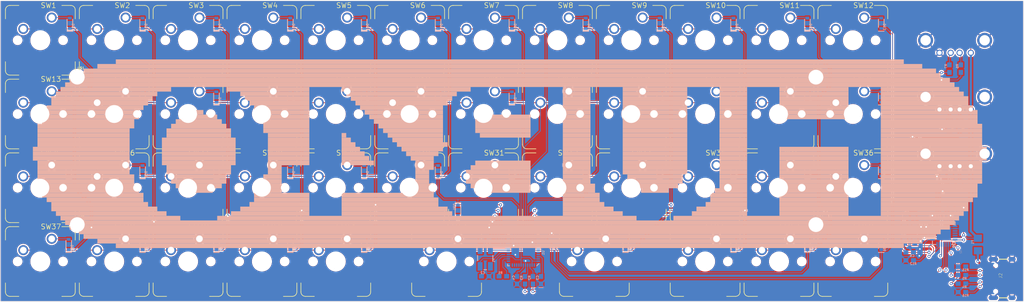
<source format=kicad_pcb>
(kicad_pcb (version 20221018) (generator pcbnew)
  (layers (0 "F.Cu" signal) (31 "B.Cu" signal) (34 "B.Paste" user) (35 "F.Paste" user) (36 "B.SilkS" user "B.Silkscreen") (37 "F.SilkS" user "F.Silkscreen") (38 "B.Mask" user) (39 "F.Mask" user) (44 "Edge.Cuts" user))
  (net 0 "")
  (net 1 "ROW1")
  (net 2 "ROW2")
  (net 3 "ROW3")
  (net 4 "ROW4")
  (net 5 "N$1")
  (net 6 "N$2")
  (net 7 "N$3")
  (net 8 "N$4")
  (net 9 "N$5")
  (net 10 "N$6")
  (net 11 "N$7")
  (net 12 "N$8")
  (net 13 "N$9")
  (net 14 "N$10")
  (net 15 "N$11")
  (net 16 "N$12")
  (net 17 "N$13")
  (net 18 "N$14")
  (net 19 "N$15")
  (net 20 "N$16")
  (net 21 "N$17")
  (net 22 "N$18")
  (net 23 "N$19")
  (net 24 "N$20")
  (net 25 "N$21")
  (net 26 "N$22")
  (net 27 "N$23")
  (net 28 "N$24")
  (net 29 "N$25")
  (net 30 "N$26")
  (net 31 "N$27")
  (net 32 "N$28")
  (net 33 "N$29")
  (net 34 "N$31")
  (net 35 "N$32")
  (net 36 "N$33")
  (net 37 "N$34")
  (net 38 "N$35")
  (net 39 "N$36")
  (net 40 "N$37")
  (net 41 "N$39")
  (net 42 "N$40")
  (net 43 "N$41")
  (net 44 "N$42")
  (net 45 "N$43")
  (net 46 "N$44")
  (net 47 "N$45")
  (net 48 "N$46")
  (net 49 "N$47")
  (net 50 "N$48")
  (net 51 "COL1")
  (net 52 "COL2")
  (net 53 "COL3")
  (net 54 "COL4")
  (net 55 "COL5")
  (net 56 "COL6")
  (net 57 "COL7")
  (net 58 "COL8")
  (net 59 "COL9")
  (net 60 "COL10")
  (net 61 "COL11")
  (net 62 "COL12")
  (net 63 "N$49")
  (net 64 "VCC")
  (net 65 "GND")
  (net 66 "N$51")
  (net 67 "N$52")
  (net 68 "KB_D+")
  (net 69 "KB_D-")
  (net 70 "N$50")
  (net 71 "N$53")
  (net 72 "N$55")
  (net 73 "HOST_D-")
  (net 74 "HOST_D+")
  (net 75 "N$54")
  (net 76 "N$56")
  (net 77 "N$57")
  (net 78 "N$58")
  (net 79 "N$59")
  (net 80 "N$60")
  (net 81 "2D-")
  (net 82 "2D+")
  (net 83 "4D+")
  (net 84 "4D-")
  (net 85 "3D+")
  (net 86 "3D-")
  (net 87 "N$61")
  (net 88 "N$62")
  (net 89 "N$64")
  (net 90 "N$66")
  (net 91 "N$65")
  (net 92 "KBD-")
  (net 93 "KBD+")
  (net 94 "HOST-")
  (net 95 "N$30")
  (net 96 "N$38")
  (net 97 "N$67")
  (net 98 "N$69")
  (net 99 "N$74")
  (net 100 "N$77")
  (net 101 "N$81")
  (net 102 "N$84")
  (net 103 "N$85")
  (net 104 "N$86")
  (net 105 "N$87")
  (footprint "working:MX1A-XXNW" (layer "F.Cu") (at 43.1011 129.7306)
    (fp_text reference "SW37")
    (fp_text value "")
  )
  (footprint "working:MX1A-XXNW" (layer "F.Cu") (at 142.1611 113.2206)
    (fp_text reference "SW31")
    (fp_text value "")
  )
  (footprint "working:MX1A-XXNW" (layer "F.Cu") (at 142.1611 96.7106)
    (fp_text reference "SW19")
    (fp_text value "")
  )
  (footprint "working:MX1A-XXNW" (layer "F.Cu") (at 224.7111 96.7106)
    (fp_text reference "SW24")
    (fp_text value "")
  )
  (footprint "working:MX1A-XXNW" (layer "F.Cu") (at 125.6511 80.2006)
    (fp_text reference "SW6")
    (fp_text value "")
  )
  (footprint "working:MX1A-XXNW" (layer "F.Cu") (at 76.1211 96.7106)
    (fp_text reference "SW15")
    (fp_text value "")
  )
  (footprint "working:MX1A-XXNW" (layer "F.Cu") (at 43.1011 113.2206)
    (fp_text reference "SW25")
    (fp_text value "")
  )
  (footprint "working:MX1A-XXNW" (layer "F.Cu") (at 125.6511 96.7106)
    (fp_text reference "SW18")
    (fp_text value "")
  )
  (footprint "working:MX1A-XXNW" (layer "F.Cu") (at 109.1411 80.2006)
    (fp_text reference "SW5")
    (fp_text value "")
  )
  (footprint "working:USB_A_VERT" (layer "F.Cu") (at 247.5711 80.2006 180)
    (fp_text reference "G1" hide)
    (fp_text value "USB_A_VERT" hide)
  )
  (footprint "working:MX1A-XXNW" (layer "F.Cu") (at 208.2011 96.7106)
    (fp_text reference "SW23")
    (fp_text value "")
  )
  (footprint "working:MX1A-XXNW" (layer "F.Cu") (at 191.6911 129.7306)
    (fp_text reference "SW46")
    (fp_text value "")
  )
  (footprint "working:MX1A-XXNW" (layer "F.Cu") (at 76.1211 129.7306)
    (fp_text reference "SW39")
    (fp_text value "")
  )
  (footprint "working:USB_A_VERT" (layer "F.Cu") (at 247.5711 105.6006 180)
    (fp_text reference "G3" hide)
    (fp_text value "USB_A_VERT" hide)
  )
  (footprint "working:MX1A-XXNW" (layer "F.Cu") (at 125.6511 113.2206)
    (fp_text reference "SW30")
    (fp_text value "")
  )
  (footprint "working:MX1A-XXNW" (layer "F.Cu") (at 191.6911 96.7106)
    (fp_text reference "SW22")
    (fp_text value "")
  )
  (footprint "working:STAND-OFF" (layer "F.Cu") (at 216.4561 121.4756)
    (fp_text reference "U$3")
    (fp_text value "")
  )
  (footprint "working:MX1A-XXNW" (layer "F.Cu") (at 59.6111 113.2206)
    (fp_text reference "SW26")
    (fp_text value "")
  )
  (footprint "working:USB_A_VERT" (layer "F.Cu") (at 247.5711 92.9006 180)
    (fp_text reference "G2" hide)
    (fp_text value "USB_A_VERT" hide)
  )
  (footprint "working:MX1A-XXNW" (layer "F.Cu") (at 59.6111 129.7306)
    (fp_text reference "SW38")
    (fp_text value "")
  )
  (footprint "working:STAND-OFF" (layer "F.Cu") (at 51.3561 88.4556)
    (fp_text reference "U$1")
    (fp_text value "")
  )
  (footprint "working:MX1A-XXNW" (layer "F.Cu") (at 224.7111 129.7306)
    (fp_text reference "SW48")
    (fp_text value "")
  )
  (footprint "working:MX1A-XXNW" (layer "F.Cu") (at 133.9061 129.7306)
    (fp_text reference "SW43")
    (fp_text value "")
  )
  (footprint "working:MX1A-XXNW" (layer "F.Cu") (at 158.6711 80.2006)
    (fp_text reference "SW8")
    (fp_text value "")
  )
  (footprint "working:STAND-OFF" (layer "F.Cu") (at 51.3561 121.4756)
    (fp_text reference "U$4")
    (fp_text value "")
  )
  (footprint "working:MX1A-XXNW" (layer "F.Cu") (at 92.6311 113.2206)
    (fp_text reference "SW28")
    (fp_text value "")
  )
  (footprint "working:MX1A-XXNW" (layer "F.Cu") (at 175.1811 113.2206)
    (fp_text reference "SW33")
    (fp_text value "")
  )
  (footprint "working:STAND-OFF" (layer "F.Cu") (at 216.4561 88.4556)
    (fp_text reference "U$2")
    (fp_text value "")
  )
  (footprint "working:MX1A-XXNW" (layer "F.Cu") (at 92.6311 96.7106)
    (fp_text reference "SW16")
    (fp_text value "")
  )
  (footprint "working:MX1A-XXNW" (layer "F.Cu") (at 208.2011 113.2206)
    (fp_text reference "SW35")
    (fp_text value "")
  )
  (footprint "working:MX1A-XXNW" (layer "F.Cu") (at 109.1411 96.7106)
    (fp_text reference "SW17")
    (fp_text value "")
  )
  (footprint "working:MX1A-XXNW" (layer "F.Cu") (at 92.6311 80.2006)
    (fp_text reference "SW4")
    (fp_text value "")
  )
  (footprint "working:MX1A-XXNW" (layer "F.Cu") (at 158.6711 96.7106)
    (fp_text reference "SW20")
    (fp_text value "")
  )
  (footprint "working:MX1A-XXNW" (layer "F.Cu") (at 191.6911 80.2006)
    (fp_text reference "SW10")
    (fp_text value "")
  )
  (footprint "working:MX1A-XXNW" (layer "F.Cu") (at 191.6911 113.2206)
    (fp_text reference "SW34")
    (fp_text value "")
  )
  (footprint "working:MX1A-XXNW" (layer "F.Cu") (at 109.1411 113.2206)
    (fp_text reference "SW29")
    (fp_text value "")
  )
  (footprint "working:MX1A-XXNW" (layer "F.Cu") (at 175.1811 96.7106)
    (fp_text reference "SW21")
    (fp_text value "")
  )
  (footprint "working:MX1A-XXNW" (layer "F.Cu") (at 109.1411 129.7306)
    (fp_text reference "SW41")
    (fp_text value "")
  )
  (footprint "working:MX1A-XXNW" (layer "F.Cu") (at 43.1011 96.7106)
    (fp_text reference "SW13")
    (fp_text value "")
  )
  (footprint "working:MX1A-XXNW" (layer "F.Cu") (at 92.6311 129.7306)
    (fp_text reference "SW40")
    (fp_text value "")
  )
  (footprint "working:MX1A-XXNW" (layer "F.Cu") (at 208.2011 80.2006)
    (fp_text reference "SW11")
    (fp_text value "")
  )
  (footprint "working:MX1A-XXNW" (layer "F.Cu") (at 142.1611 80.2006)
    (fp_text reference "SW7")
    (fp_text value "")
  )
  (footprint "working:MX1A-XXNW" (layer "F.Cu") (at 59.6111 80.2006)
    (fp_text reference "SW2")
    (fp_text value "")
  )
  (footprint "working:MX1A-XXNW" (layer "F.Cu") (at 59.6111 96.7106)
    (fp_text reference "SW14")
    (fp_text value "")
  )
  (footprint "working:MX1A-XXNW" (layer "F.Cu") (at 224.7111 113.2206)
    (fp_text reference "SW36")
    (fp_text value "")
  )
  (footprint "working:MX1A-XXNW" (layer "F.Cu") (at 224.7111 80.2006)
    (fp_text reference "SW12")
    (fp_text value "")
  )
  (footprint "working:MX1A-XXNW" (layer "F.Cu") (at 158.6711 113.2206)
    (fp_text reference "SW32")
    (fp_text value "")
  )
  (footprint "working:MX1A-XXNW" (layer "F.Cu") (at 208.2011 129.7306)
    (fp_text reference "SW47")
    (fp_text value "")
  )
  (footprint "working:MX1A-XXNW" (layer "F.Cu") (at 43.1011 80.2006)
    (fp_text reference "SW1")
    (fp_text value "")
  )
  (footprint "working:USB-C-16P" (layer "F.Cu") (at 255.1911 133.5406 90)
    (fp_text reference "J2")
    (fp_text value "")
  )
  (footprint "working:MX1A-XXNW" (layer "F.Cu") (at 166.9261 129.7306)
    (fp_text reference "SW45")
    (fp_text value "")
  )
  (footprint "working:MX1A-XXNW" (layer "F.Cu") (at 76.1211 80.2006)
    (fp_text reference "SW3")
    (fp_text value "")
  )
  (footprint "working:MX1A-XXNW" (layer "F.Cu") (at 175.1811 80.2006)
    (fp_text reference "SW9")
    (fp_text value "")
  )
  (footprint "working:MX1A-XXNW" (layer "F.Cu") (at 76.1211 113.2206)
    (fp_text reference "SW27")
    (fp_text value "")
  )
  (footprint "working:SOD-323" (layer "B.Cu") (at 214.5511 76.3906 90)
    (fp_text reference "D12")
    (fp_text value "250mA/100V")
  )
  (footprint "working:SOD-323" (layer "B.Cu") (at 181.5311 92.9006 90)
    (fp_text reference "D21")
    (fp_text value "250mA/100V")
  )
  (footprint "working:SOD-323" (layer "B.Cu") (at 49.4511 109.4106 90)
    (fp_text reference "D37")
    (fp_text value "250mA/100V")
  )
  (footprint "working:SOD-323" (layer "B.Cu") (at 65.9611 125.9206 90)
    (fp_text reference "D26")
    (fp_text value "250mA/100V")
  )
  (footprint "working:0603" (layer "B.Cu") (at 246.3011 86.5506 -90)
    (fp_text reference "R7")
    (fp_text value "22")
  )
  (footprint "working:0603" (layer "B.Cu") (at 146.4791 133.0326 180)
    (fp_text reference "R1")
    (fp_text value "10k")
  )
  (footprint "working:QFN-28-5MM-1_1" (layer "B.Cu") (at 245.0311 123.3806 90)
    (fp_text reference "U2")
    (fp_text value "USB_HUB_4_PORT")
  )
  (footprint "working:SOD-323" (layer "B.Cu") (at 49.7051 76.3906 90)
    (fp_text reference "D2")
    (fp_text value "250mA/100V")
  )
  (footprint "working:0603" (layer "B.Cu") (at 249.0951 136.5886)
    (fp_text reference "R16")
    (fp_text value "5.1k")
  )
  (footprint "working:SOD-323" (layer "B.Cu") (at 198.0411 125.9206 90)
    (fp_text reference "D34")
    (fp_text value "250mA/100V")
  )
  (footprint "working:0603" (layer "B.Cu") (at 248.5871 99.2506 90)
    (fp_text reference "R8")
    (fp_text value "22")
  )
  (footprint "working:SOD-323" (layer "B.Cu") (at 198.0411 92.9006 90)
    (fp_text reference "D22")
    (fp_text value "250mA/100V")
  )
  (footprint "working:SOD-323" (layer "B.Cu") (at 181.5311 109.4106 90)
    (fp_text reference "D45")
    (fp_text value "250mA/100V")
  )
  (footprint "working:0603" (layer "B.Cu") (at 142.5421 133.0326 180)
    (fp_text reference "C2")
    (fp_text value "18pF")
  )
  (footprint "working:QFN-44-NOPAD_1_1" (layer "B.Cu") (at 151.0511 127.1906 90)
    (fp_text reference "U1")
    (fp_text value "32U4")
  )
  (footprint "working:SOD-323" (layer "B.Cu") (at 98.9811 76.3906 90)
    (fp_text reference "D5")
    (fp_text value "250mA/100V")
  )
  (footprint "working:0603" (layer "B.Cu") (at 151.4321 133.9216 -90)
    (fp_text reference "R3")
    (fp_text value "22")
  )
  (footprint "working:SOD-323" (layer "B.Cu") (at 82.4711 92.9006 90)
    (fp_text reference "D15")
    (fp_text value "250mA/100V")
  )
  (footprint "working:SOD-323" (layer "B.Cu") (at 231.0611 125.9206 90)
    (fp_text reference "D36")
    (fp_text value "250mA/100V")
  )
  (footprint "working:CRYSTAL-SMD-5X3.2-4PAD" (layer "B.Cu") (at 237.4111 123.3806 -90)
    (fp_text reference "Y2")
    (fp_text value "12MHz")
  )
  (footprint "working:SOD-323" (layer "B.Cu") (at 115.4911 125.9206 90)
    (fp_text reference "D29")
    (fp_text value "250mA/100V")
  )
  (footprint "working:0603" (layer "B.Cu") (at 153.2101 133.9216 -90)
    (fp_text reference "R2")
    (fp_text value "22")
  )
  (footprint "working:SOD-323" (layer "B.Cu") (at 82.4711 109.4106 90)
    (fp_text reference "D39")
    (fp_text value "250mA/100V")
  )
  (footprint "working:SOD-323" (layer "B.Cu") (at 148.5111 92.9006 90)
    (fp_text reference "D19")
    (fp_text value "250mA/100V")
  )
  (footprint "working:0603" (layer "B.Cu") (at 237.4111 119.0626 180)
    (fp_text reference "C6")
    (fp_text value "18pF")
  )
  (footprint "working:SOD-323" (layer "B.Cu") (at 214.5511 109.4106 90)
    (fp_text reference "D47")
    (fp_text value "250mA/100V")
  )
  (footprint "working:SOD-323" (layer "B.Cu") (at 115.4911 92.9006 90)
    (fp_text reference "D17")
    (fp_text value "250mA/100V")
  )
  (footprint "working:SOD-323" (layer "B.Cu") (at 181.5311 76.3906 90)
    (fp_text reference "D10")
    (fp_text value "250mA/100V")
  )
  (footprint "working:0603" (layer "B.Cu") (at 249.0951 130.8736)
    (fp_text reference "R15")
    (fp_text value "5.1k")
  )
  (footprint "working:0603" (layer "B.Cu") (at 247.6981 112.5856)
    (fp_text reference "R10")
    (fp_text value "22")
  )
  (footprint "working:SOD-323" (layer "B.Cu") (at 148.5111 76.3906 90)
    (fp_text reference "D8")
    (fp_text value "250mA/100V")
  )
  (footprint "working:SOD-323" (layer "B.Cu") (at 165.0211 109.4106 90)
    (fp_text reference "D44")
    (fp_text value "250mA/100V")
  )
  (footprint "working:SOD-323" (layer "B.Cu") (at 49.4511 92.9006 90)
    (fp_text reference "D1")
    (fp_text value "250mA/100V")
  )
  (footprint "working:0603" (layer "B.Cu") (at 249.0951 132.7786)
    (fp_text reference "R5")
    (fp_text value "22")
  )
  (footprint "working:0603" (layer "B.Cu") (at 249.0951 134.6836)
    (fp_text reference "R4")
    (fp_text value "22")
  )
  (footprint "working:SOD-323" (layer "B.Cu") (at 214.5511 92.9006 90)
    (fp_text reference "D23")
    (fp_text value "250mA/100V")
  )
  (footprint "working:SOD-323" (layer "B.Cu") (at 132.0011 109.4106 90)
    (fp_text reference "D42")
    (fp_text value "250mA/100V")
  )
  (footprint "working:0603" (layer "B.Cu") (at 248.8411 86.5506 -90)
    (fp_text reference "R6")
    (fp_text value "22")
  )
  (footprint "working:SOD-323" (layer "B.Cu") (at 132.0011 92.9006 90)
    (fp_text reference "D18")
    (fp_text value "250mA/100V")
  )
  (footprint "working:SOD-323" (layer "B.Cu") (at 231.0611 109.4106 90)
    (fp_text reference "D48")
    (fp_text value "250mA/100V")
  )
  (footprint "working:SOD-323" (layer "B.Cu") (at 165.0211 76.3906 90)
    (fp_text reference "D9")
    (fp_text value "250mA/100V")
  )
  (footprint "working:SOD-323" (layer "B.Cu") (at 82.4711 125.9206 90)
    (fp_text reference "D27")
    (fp_text value "250mA/100V")
  )
  (footprint "working:SOD-323" (layer "B.Cu") (at 98.9811 92.9006 90)
    (fp_text reference "D16")
    (fp_text value "250mA/100V")
  )
  (footprint "working:SOD-323" (layer "B.Cu") (at 165.0211 92.9006 90)
    (fp_text reference "D20")
    (fp_text value "250mA/100V")
  )
  (footprint "working:SOD-323" (layer "B.Cu") (at 148.5111 109.4106 90)
    (fp_text reference "D43")
    (fp_text value "250mA/100V")
  )
  (footprint "working:SOD-323" (layer "B.Cu") (at 231.0611 92.9006 90)
    (fp_text reference "D24")
    (fp_text value "250mA/100V")
  )
  (footprint "working:0603" (layer "B.Cu") (at 237.4111 129.4766)
    (fp_text reference "R12")
    (fp_text value "649")
  )
  (footprint "working:0603" (layer "B.Cu") (at 142.5421 125.0316)
    (fp_text reference "C1")
    (fp_text value "18pF")
  )
  (footprint "working:SOD-323" (layer "B.Cu") (at 65.9611 76.3906 90)
    (fp_text reference "D3")
    (fp_text value "250mA/100V")
  )
  (footprint "working:SOD-323" (layer "B.Cu") (at 115.4911 109.4106 90)
    (fp_text reference "D41")
    (fp_text value "250mA/100V")
  )
  (footprint "working:SOD-323" (layer "B.Cu") (at 115.4911 76.3906 90)
    (fp_text reference "D6")
    (fp_text value "250mA/100V")
  )
  (footprint "working:1206" (layer "B.Cu") (at 252.6511 125.9206 -90)
    (fp_text reference "F1")
    (fp_text value "6V/0.5A")
  )
  (footprint "working:SOD-323" (layer "B.Cu") (at 231.0611 76.3906 90)
    (fp_text reference "D13")
    (fp_text value "250mA/100V")
  )
  (footprint "working:SOD-323" (layer "B.Cu") (at 65.9611 109.4106 90)
    (fp_text reference "D38")
    (fp_text value "250mA/100V")
  )
  (footprint "working:SOD-323" (layer "B.Cu") (at 49.4511 125.9206 90)
    (fp_text reference "D25")
    (fp_text value "250mA/100V")
  )
  (footprint "working:CRYSTAL-SMD-5X3.2-4PAD" (layer "B.Cu") (at 142.5421 128.9686 90)
    (fp_text reference "Y1")
    (fp_text value "16MHz")
  )
  (footprint "working:SOD-323" (layer "B.Cu") (at 98.9811 125.9206 90)
    (fp_text reference "D28")
    (fp_text value "250mA/100V")
  )
  (footprint "working:0603" (layer "B.Cu") (at 245.6661 110.6806)
    (fp_text reference "R11")
    (fp_text value "22")
  )
  (footprint "working:0603" (layer "B.Cu") (at 149.6541 133.9216 -90)
    (fp_text reference "C4")
    (fp_text value "1.0uF")
  )
  (footprint "working:SOD-323" (layer "B.Cu") (at 98.9811 109.4106 90)
    (fp_text reference "D40")
    (fp_text value "250mA/100V")
  )
  (footprint "working:SOD-323" (layer "B.Cu") (at 82.4711 76.3906 90)
    (fp_text reference "D4")
    (fp_text value "250mA/100V")
  )
  (footprint "working:SOD-323" (layer "B.Cu") (at 214.5511 125.9206 90)
    (fp_text reference "D35")
    (fp_text value "250mA/100V")
  )
  (footprint "working:0603" (layer "B.Cu") (at 154.9881 133.9216 -90)
    (fp_text reference "C3")
    (fp_text value "0.1uF")
  )
  (footprint "working:SOD-323" (layer "B.Cu") (at 198.0411 76.3906 90)
    (fp_text reference "D11")
    (fp_text value "250mA/100V")
  )
  (footprint "working:0603" (layer "B.Cu") (at 247.4441 117.6656)
    (fp_text reference "R13")
    (fp_text value "10k")
  )
  (footprint "working:0603" (layer "B.Cu") (at 237.4111 127.6986)
    (fp_text reference "C5")
    (fp_text value "18pF")
  )
  (footprint "working:SOD-323" (layer "B.Cu") (at 136.4461 118.3006 -90)
    (fp_text reference "D31")
    (fp_text value "250mA/100V")
  )
  (footprint "working:SOD-323" (layer "B.Cu") (at 198.0411 109.4106 90)
    (fp_text reference "D46")
    (fp_text value "250mA/100V")
  )
  (footprint "working:0603" (layer "B.Cu") (at 246.3011 99.2506 90)
    (fp_text reference "R9")
    (fp_text value "22")
  )
  (footprint "working:SOD-323" (layer "B.Cu") (at 132.0011 76.3906 90)
    (fp_text reference "D7")
    (fp_text value "250mA/100V")
  )
  (footprint "working:SOD-323" (layer "B.Cu") (at 65.9611 92.9006 90)
    (fp_text reference "D14")
    (fp_text value "250mA/100V")
  )
  (footprint "working:HUB400" (layer "B.Cu") (at 257.7311 105.6006 180)
    (fp_text reference "U$5" hide)
    (fp_text value "" hide)
  )
  (footprint "working:SOD-323" (layer "B.Cu") (at 173.9111 125.9206 90)
    (fp_text reference "D33")
    (fp_text value "250mA/100V")
  )
  (gr_line (start 262.7911 138.6206) (end 262.7911 71.3866) (stroke (width 0.05)) (layer "Edge.Cuts"))
  (gr_line (start 262.7911 71.3866) (end 34.2111 71.3866) (stroke (width 0.05)) (layer "Edge.Cuts"))
  (gr_line (start 34.2111 138.6206) (end 262.7911 138.6206) (stroke (width 0.05)) (layer "Edge.Cuts"))
  (gr_line (start 34.2111 71.3866) (end 34.2111 138.6206) (stroke (width 0.05)) (layer "Edge.Cuts"))
  (segment (start 204.3911 77.6606) (end 220.9011 77.6606) (width 0.1524) (layer "F.Cu") (net 1))
  (segment (start 105.3311 77.6606) (end 121.8411 77.6606) (width 0.1524) (layer "F.Cu") (net 1))
  (segment (start 138.3511 77.6606) (end 154.8611 77.6606) (width 0.1524) (layer "F.Cu") (net 1))
  (segment (start 187.8811 77.6606) (end 204.3911 77.6606) (width 0.1524) (layer "F.Cu") (net 1))
  (segment (start 72.3111 77.6606) (end 88.8211 77.6606) (width 0.1524) (layer "F.Cu") (net 1))
  (segment (start 154.8611 77.6606) (end 171.3711 77.6606) (width 0.1524) (layer "F.Cu") (net 1))
  (segment (start 55.8011 77.6606) (end 72.3111 77.6606) (width 0.1524) (layer "F.Cu") (net 1))
  (segment (start 121.8411 77.6606) (end 138.3511 77.6606) (width 0.1524) (layer "F.Cu") (net 1))
  (segment (start 171.3711 77.6606) (end 187.8811 77.6606) (width 0.1524) (layer "F.Cu") (net 1))
  (segment (start 88.8211 77.6606) (end 105.3311 77.6606) (width 0.1524) (layer "F.Cu") (net 1))
  (segment (start 39.2911 77.6606) (end 55.8011 77.6606) (width 0.1524) (layer "F.Cu") (net 1))
  (segment (start 151.5511 109.772713) (end 156.2147 105.109113) (width 0.1524) (layer "B.Cu") (net 1))
  (segment (start 156.1311 78.9306) (end 154.8611 77.6606) (width 0.1524) (layer "B.Cu") (net 1))
  (segment (start 156.2147 105.109113) (end 156.2147 93.609919) (width 0.1524) (layer "B.Cu") (net 1))
  (segment (start 156.1311 93.526319) (end 156.1311 78.9306) (width 0.1524) (layer "B.Cu") (net 1))
  (segment (start 151.5511 123.8541) (end 151.5511 109.772713) (width 0.1524) (layer "B.Cu") (net 1))
  (segment (start 156.2147 93.609919) (end 156.1311 93.526319) (width 0.1524) (layer "B.Cu") (net 1))
  (segment (start 55.8011 94.1706) (end 72.3111 94.1706) (width 0.1524) (layer "F.Cu") (net 2))
  (segment (start 171.3711 94.1706) (end 187.8811 94.1706) (width 0.1524) (layer "F.Cu") (net 2))
  (segment (start 138.3511 94.1706) (end 154.8611 94.1706) (width 0.1524) (layer "F.Cu") (net 2))
  (segment (start 72.3111 94.1706) (end 88.8211 94.1706) (width 0.1524) (layer "F.Cu") (net 2))
  (segment (start 204.3911 94.1706) (end 220.9011 94.1706) (width 0.1524) (layer "F.Cu") (net 2))
  (segment (start 187.8811 94.1706) (end 204.3911 94.1706) (width 0.1524) (layer "F.Cu") (net 2))
  (segment (start 105.3311 94.1706) (end 121.8411 94.1706) (width 0.1524) (layer "F.Cu") (net 2))
  (segment (start 39.2911 94.1706) (end 55.8011 94.1706) (width 0.1524) (layer "F.Cu") (net 2))
  (segment (start 121.8411 94.1706) (end 138.3511 94.1706) (width 0.1524) (layer "F.Cu") (net 2))
  (segment (start 88.8211 94.1706) (end 105.3311 94.1706) (width 0.1524) (layer "F.Cu") (net 2))
  (segment (start 154.8611 94.1706) (end 171.3711 94.1706) (width 0.1524) (layer "F.Cu") (net 2))
  (segment (start 154.8611 100.5206) (end 154.8611 94.1706) (width 0.1524) (layer "B.Cu") (net 2))
  (segment (start 151.3559 104.0258) (end 154.8611 100.5206) (width 0.1524) (layer "B.Cu") (net 2))
  (segment (start 151.0511 123.8541) (end 151.0511 109.841657) (width 0.1524) (layer "B.Cu") (net 2))
  (segment (start 151.3559 109.536857) (end 151.3559 104.0258) (width 0.1524) (layer "B.Cu") (net 2))
  (segment (start 151.0511 109.841657) (end 151.3559 109.536857) (width 0.1524) (layer "B.Cu") (net 2))
  (segment (start 55.8011 127.1906) (end 72.3111 127.1906) (width 0.1524) (layer "F.Cu") (net 3))
  (segment (start 88.8211 127.1906) (end 105.3311 127.1906) (width 0.1524) (layer "F.Cu") (net 3))
  (segment (start 130.0961 127.1906) (end 163.1161 127.1906) (width 0.1524) (layer "F.Cu") (net 3))
  (segment (start 105.3311 127.1906) (end 130.0961 127.1906) (width 0.1524) (layer "F.Cu") (net 3))
  (segment (start 163.7511 127.1906) (end 187.8811 127.1906) (width 0.1524) (layer "F.Cu") (net 3))
  (segment (start 187.8811 127.1906) (end 204.3911 127.1906) (width 0.1524) (layer "F.Cu") (net 3))
  (segment (start 39.2911 127.1906) (end 55.8011 127.1906) (width 0.1524) (layer "F.Cu") (net 3))
  (segment (start 204.3911 127.1906) (end 220.9011 127.1906) (width 0.1524) (layer "F.Cu") (net 3))
  (segment (start 72.3111 127.1906) (end 88.8211 127.1906) (width 0.1524) (layer "F.Cu") (net 3))
  (segment (start 163.1161 127.1906) (end 163.7511 127.1906) (width 0.1524) (layer "F.Cu") (net 3))
  (segment (start 105.3311 110.6806) (end 121.8411 110.6806) (width 0.1524) (layer "F.Cu") (net 4))
  (segment (start 171.3711 110.6806) (end 187.8811 110.6806) (width 0.1524) (layer "F.Cu") (net 4))
  (segment (start 88.8211 110.6806) (end 105.3311 110.6806) (width 0.1524) (layer "F.Cu") (net 4))
  (segment (start 204.3911 110.6806) (end 220.9011 110.6806) (width 0.1524) (layer "F.Cu") (net 4))
  (segment (start 72.3111 110.6806) (end 88.8211 110.6806) (width 0.1524) (layer "F.Cu") (net 4))
  (segment (start 154.8611 110.6806) (end 171.3711 110.6806) (width 0.1524) (layer "F.Cu") (net 4))
  (segment (start 39.2911 110.6806) (end 55.8011 110.6806) (width 0.1524) (layer "F.Cu") (net 4))
  (segment (start 138.3511 110.6806) (end 154.8611 110.6806) (width 0.1524) (layer "F.Cu") (net 4))
  (segment (start 121.8411 110.6806) (end 138.3511 110.6806) (width 0.1524) (layer "F.Cu") (net 4))
  (segment (start 187.8811 110.6806) (end 204.3911 110.6806) (width 0.1524) (layer "F.Cu") (net 4))
  (segment (start 55.8011 110.6806) (end 72.3111 110.6806) (width 0.1524) (layer "F.Cu") (net 4))
  (segment (start 49.5851 75.1206) (end 49.7051 75.2406) (width 0.1524) (layer "B.Cu") (net 5))
  (segment (start 45.6411 75.1206) (end 49.5851 75.1206) (width 0.1524) (layer "B.Cu") (net 5))
  (segment (start 62.1511 75.1206) (end 65.8411 75.1206) (width 0.1524) (layer "B.Cu") (net 6))
  (segment (start 65.8411 75.1206) (end 65.9611 75.2406) (width 0.1524) (layer "B.Cu") (net 6))
  (segment (start 82.3511 75.1206) (end 82.4711 75.2406) (width 0.1524) (layer "B.Cu") (net 7))
  (segment (start 78.6611 75.1206) (end 82.3511 75.1206) (width 0.1524) (layer "B.Cu") (net 7))
  (segment (start 95.1711 75.1206) (end 98.8611 75.1206) (width 0.1524) (layer "B.Cu") (net 8))
  (segment (start 98.8611 75.1206) (end 98.9811 75.2406) (width 0.1524) (layer "B.Cu") (net 8))
  (segment (start 111.6811 75.1206) (end 115.3711 75.1206) (width 0.1524) (layer "B.Cu") (net 9))
  (segment (start 115.3711 75.1206) (end 115.4911 75.2406) (width 0.1524) (layer "B.Cu") (net 9))
  (segment (start 131.8811 75.1206) (end 132.0011 75.2406) (width 0.1524) (layer "B.Cu") (net 10))
  (segment (start 128.1911 75.1206) (end 131.8811 75.1206) (width 0.1524) (layer "B.Cu") (net 10))
  (segment (start 148.3911 75.1206) (end 148.5111 75.2406) (width 0.1524) (layer "B.Cu") (net 11))
  (segment (start 144.7011 75.1206) (end 148.3911 75.1206) (width 0.1524) (layer "B.Cu") (net 11))
  (segment (start 161.2111 75.1206) (end 164.9011 75.1206) (width 0.1524) (layer "B.Cu") (net 12))
  (segment (start 164.9011 75.1206) (end 165.0211 75.2406) (width 0.1524) (layer "B.Cu") (net 12))
  (segment (start 181.4111 75.1206) (end 181.5311 75.2406) (width 0.1524) (layer "B.Cu") (net 13))
  (segment (start 177.7211 75.1206) (end 181.4111 75.1206) (width 0.1524) (layer "B.Cu") (net 13))
  (segment (start 197.9211 75.1206) (end 198.0411 75.2406) (width 0.1524) (layer "B.Cu") (net 14))
  (segment (start 194.2311 75.1206) (end 197.9211 75.1206) (width 0.1524) (layer "B.Cu") (net 14))
  (segment (start 214.4311 75.1206) (end 214.5511 75.2406) (width 0.1524) (layer "B.Cu") (net 15))
  (segment (start 210.7411 75.1206) (end 214.4311 75.1206) (width 0.1524) (layer "B.Cu") (net 15))
  (segment (start 230.9411 75.1206) (end 231.0611 75.2406) (width 0.1524) (layer "B.Cu") (net 16))
  (segment (start 227.2511 75.1206) (end 230.9411 75.1206) (width 0.1524) (layer "B.Cu") (net 16))
  (segment (start 45.6411 91.6306) (end 49.3311 91.6306) (width 0.1524) (layer "B.Cu") (net 17))
  (segment (start 49.3311 91.6306) (end 49.4511 91.7506) (width 0.1524) (layer "B.Cu") (net 17))
  (segment (start 45.6411 124.6506) (end 49.3311 124.6506) (width 0.1524) (layer "B.Cu") (net 18))
  (segment (start 49.3311 124.6506) (end 49.4511 124.7706) (width 0.1524) (layer "B.Cu") (net 18))
  (segment (start 49.3311 108.1406) (end 49.4511 108.2606) (width 0.1524) (layer "B.Cu") (net 19))
  (segment (start 45.6411 108.1406) (end 49.3311 108.1406) (width 0.1524) (layer "B.Cu") (net 19))
  (segment (start 62.1511 108.1406) (end 65.8411 108.1406) (width 0.1524) (layer "B.Cu") (net 20))
  (segment (start 65.8411 108.1406) (end 65.9611 108.2606) (width 0.1524) (layer "B.Cu") (net 20))
  (segment (start 62.1511 124.6506) (end 65.8411 124.6506) (width 0.1524) (layer "B.Cu") (net 21))
  (segment (start 65.8411 124.6506) (end 65.9611 124.7706) (width 0.1524) (layer "B.Cu") (net 21))
  (segment (start 65.8411 91.6306) (end 65.9611 91.7506) (width 0.1524) (layer "B.Cu") (net 22))
  (segment (start 62.1511 91.6306) (end 65.8411 91.6306) (width 0.1524) (layer "B.Cu") (net 22))
  (segment (start 78.6611 91.6306) (end 82.3511 91.6306) (width 0.1524) (layer "B.Cu") (net 23))
  (segment (start 82.3511 91.6306) (end 82.4711 91.7506) (width 0.1524) (layer "B.Cu") (net 23))
  (segment (start 98.8611 91.6306) (end 98.9811 91.7506) (width 0.1524) (layer "B.Cu") (net 24))
  (segment (start 95.1711 91.6306) (end 98.8611 91.6306) (width 0.1524) (layer "B.Cu") (net 24))
  (segment (start 95.1711 124.6506) (end 98.8611 124.6506) (width 0.1524) (layer "B.Cu") (net 25))
  (segment (start 98.8611 124.6506) (end 98.9811 124.7706) (width 0.1524) (layer "B.Cu") (net 25))
  (segment (start 82.3511 124.6506) (end 82.4711 124.7706) (width 0.1524) (layer "B.Cu") (net 26))
  (segment (start 78.6611 124.6506) (end 82.3511 124.6506) (width 0.1524) (layer "B.Cu") (net 26))
  (segment (start 78.6611 108.1406) (end 82.3511 108.1406) (width 0.1524) (layer "B.Cu") (net 27))
  (segment (start 82.3511 108.1406) (end 82.4711 108.2606) (width 0.1524) (layer "B.Cu") (net 27))
  (segment (start 95.1711 108.1406) (end 98.8611 108.1406) (width 0.1524) (layer "B.Cu") (net 28))
  (segment (start 98.8611 108.1406) (end 98.9811 108.2606) (width 0.1524) (layer "B.Cu") (net 28))
  (segment (start 115.3711 108.1406) (end 115.4911 108.2606) (width 0.1524) (layer "B.Cu") (net 29))
  (segment (start 111.6811 108.1406) (end 115.3711 108.1406) (width 0.1524) (layer "B.Cu") (net 29))
  (segment (start 131.8811 108.1406) (end 132.0011 108.2606) (width 0.1524) (layer "B.Cu") (net 30))
  (segment (start 128.1911 108.1406) (end 131.8811 108.1406) (width 0.1524) (layer "B.Cu") (net 30))
  (segment (start 111.6811 124.6506) (end 115.3711 124.6506) (width 0.1524) (layer "B.Cu") (net 31))
  (segment (start 115.3711 124.6506) (end 115.4911 124.7706) (width 0.1524) (layer "B.Cu") (net 31))
  (segment (start 111.6811 91.6306) (end 115.3711 91.6306) (width 0.1524) (layer "B.Cu") (net 32))
  (segment (start 115.3711 91.6306) (end 115.4911 91.7506) (width 0.1524) (layer "B.Cu") (net 32))
  (segment (start 131.8811 91.6306) (end 132.0011 91.7506) (width 0.1524) (layer "B.Cu") (net 33))
  (segment (start 128.1911 91.6306) (end 131.8811 91.6306) (width 0.1524) (layer "B.Cu") (net 33))
  (segment (start 148.3911 108.1406) (end 148.5111 108.2606) (width 0.1524) (layer "B.Cu") (net 34))
  (segment (start 144.7011 108.1406) (end 148.3911 108.1406) (width 0.1524) (layer "B.Cu") (net 34))
  (segment (start 136.4461 124.6506) (end 136.4461 119.4506) (width 0.1524) (layer "B.Cu") (net 35))
  (segment (start 148.3911 91.6306) (end 148.5111 91.7506) (width 0.1524) (layer "B.Cu") (net 36))
  (segment (start 144.7011 91.6306) (end 148.3911 91.6306) (width 0.1524) (layer "B.Cu") (net 36))
  (segment (start 210.7411 91.6306) (end 214.4311 91.6306) (width 0.1524) (layer "B.Cu") (net 37))
  (segment (start 214.4311 91.6306) (end 214.5511 91.7506) (width 0.1524) (layer "B.Cu") (net 37))
  (segment (start 194.2311 91.6306) (end 197.9211 91.6306) (width 0.1524) (layer "B.Cu") (net 38))
  (segment (start 197.9211 91.6306) (end 198.0411 91.7506) (width 0.1524) (layer "B.Cu") (net 38))
  (segment (start 177.7211 91.6306) (end 181.4111 91.6306) (width 0.1524) (layer "B.Cu") (net 39))
  (segment (start 181.4111 91.6306) (end 181.5311 91.7506) (width 0.1524) (layer "B.Cu") (net 39))
  (segment (start 164.9011 91.6306) (end 165.0211 91.7506) (width 0.1524) (layer "B.Cu") (net 40))
  (segment (start 161.2111 91.6306) (end 164.9011 91.6306) (width 0.1524) (layer "B.Cu") (net 40))
  (segment (start 173.7911 124.6506) (end 173.9111 124.7706) (width 0.1524) (layer "B.Cu") (net 41))
  (segment (start 169.4661 124.6506) (end 173.7911 124.6506) (width 0.1524) (layer "B.Cu") (net 41))
  (segment (start 197.9211 124.6506) (end 198.0411 124.7706) (width 0.1524) (layer "B.Cu") (net 42))
  (segment (start 194.2311 124.6506) (end 197.9211 124.6506) (width 0.1524) (layer "B.Cu") (net 42))
  (segment (start 210.7411 124.6506) (end 214.4311 124.6506) (width 0.1524) (layer "B.Cu") (net 43))
  (segment (start 214.4311 124.6506) (end 214.5511 124.7706) (width 0.1524) (layer "B.Cu") (net 43))
  (segment (start 227.2511 124.6506) (end 230.9411 124.6506) (width 0.1524) (layer "B.Cu") (net 44))
  (segment (start 230.9411 124.6506) (end 231.0611 124.7706) (width 0.1524) (layer "B.Cu") (net 44))
  (segment (start 227.2511 91.6306) (end 230.9411 91.6306) (width 0.1524) (layer "B.Cu") (net 45))
  (segment (start 230.9411 91.6306) (end 231.0611 91.7506) (width 0.1524) (layer "B.Cu") (net 45))
  (segment (start 227.2511 108.1406) (end 230.9411 108.1406) (width 0.1524) (layer "B.Cu") (net 46))
  (segment (start 230.9411 108.1406) (end 231.0611 108.2606) (width 0.1524) (layer "B.Cu") (net 46))
  (segment (start 210.7411 108.1406) (end 214.4311 108.1406) (width 0.1524) (layer "B.Cu") (net 47))
  (segment (start 214.4311 108.1406) (end 214.5511 108.2606) (width 0.1524) (layer "B.Cu") (net 47))
  (segment (start 197.9211 108.1406) (end 198.0411 108.2606) (width 0.1524) (layer "B.Cu") (net 48))
  (segment (start 194.2311 108.1406) (end 197.9211 108.1406) (width 0.1524) (layer "B.Cu") (net 48))
  (segment (start 177.7211 108.1406) (end 181.4111 108.1406) (width 0.1524) (layer "B.Cu") (net 49))
  (segment (start 181.4111 108.1406) (end 181.5311 108.2606) (width 0.1524) (layer "B.Cu") (net 49))
  (segment (start 161.2111 108.1406) (end 164.9011 108.1406) (width 0.1524) (layer "B.Cu") (net 50))
  (segment (start 164.9011 108.1406) (end 165.0211 108.2606) (width 0.1524) (layer "B.Cu") (net 50))
  (segment (start 143.4311 122.1106) (end 54.5311 122.1106) (width 0.1524) (layer "F.Cu") (net 51))
  (via (at 143.4311 122.1106) (size 0.6548) (drill 0.35) (layers "F.Cu" "B.Cu") (net 51))
  (via (at 54.5311 122.1106) (size 0.6548) (drill 0.35) (layers "F.Cu" "B.Cu") (net 51))
  (segment (start 50.7211 113.2206) (end 50.7211 110.6806) (width 0.1524) (layer "B.Cu") (net 51))
  (segment (start 143.4311 123.107832) (end 143.4311 122.1106) (width 0.1524) (layer "B.Cu") (net 51))
  (segment (start 54.5311 117.0306) (end 50.7211 113.2206) (width 0.1524) (layer "B.Cu") (net 51))
  (segment (start 54.5311 122.1106) (end 54.5311 123.3806) (width 0.1524) (layer "B.Cu") (net 51))
  (segment (start 49.4511 110.5606) (end 49.5711 110.6806) (width 0.1524) (layer "B.Cu") (net 51))
  (segment (start 51.9911 84.0106) (end 54.5311 86.5506) (width 0.1524) (layer "B.Cu") (net 51))
  (segment (start 49.7051 77.5406) (end 50.6011 77.5406) (width 0.1524) (layer "B.Cu") (net 51))
  (segment (start 50.6011 77.5406) (end 51.9911 78.9306) (width 0.1524) (layer "B.Cu") (net 51))
  (segment (start 50.7211 127.1906) (end 49.5711 127.1906) (width 0.1524) (layer "B.Cu") (net 51))
  (segment (start 54.5311 90.3606) (end 50.7211 94.1706) (width 0.1524) (layer "B.Cu") (net 51))
  (segment (start 50.7211 110.6806) (end 50.7211 94.1706) (width 0.1524) (layer "B.Cu") (net 51))
  (segment (start 147.0406 126.717332) (end 143.4311 123.107832) (width 0.1524) (layer "B.Cu") (net 51))
  (segment (start 54.5311 123.3806) (end 50.7211 127.1906) (width 0.1524) (layer "B.Cu") (net 51))
  (segment (start 51.9911 78.9306) (end 51.9911 84.0106) (width 0.1524) (layer "B.Cu") (net 51))
  (segment (start 49.5711 110.6806) (end 50.7211 110.6806) (width 0.1524) (layer "B.Cu") (net 51))
  (segment (start 147.7146 126.6906) (end 147.687868 126.717332) (width 0.1524) (layer "B.Cu") (net 51))
  (segment (start 54.5311 86.5506) (end 54.5311 90.3606) (width 0.1524) (layer "B.Cu") (net 51))
  (segment (start 49.5711 127.1906) (end 49.4511 127.0706) (width 0.1524) (layer "B.Cu") (net 51))
  (segment (start 147.687868 126.717332) (end 147.0406 126.717332) (width 0.1524) (layer "B.Cu") (net 51))
  (segment (start 54.5311 122.1106) (end 54.5311 117.0306) (width 0.1524) (layer "B.Cu") (net 51))
  (segment (start 49.5711 94.1706) (end 49.4511 94.0506) (width 0.1524) (layer "B.Cu") (net 51))
  (segment (start 50.7211 94.1706) (end 49.5711 94.1706) (width 0.1524) (layer "B.Cu") (net 51))
  (segment (start 144.1451 120.8406) (end 68.5011 120.8406) (width 0.1524) (layer "F.Cu") (net 52))
  (via (at 144.1451 120.8406) (size 0.6548) (drill 0.35) (layers "F.Cu" "B.Cu") (net 52))
  (via (at 68.5011 120.8406) (size 0.6548) (drill 0.35) (layers "F.Cu" "B.Cu") (net 52))
  (segment (start 147.7146 126.211735) (end 147.709003 126.217332) (width 0.1524) (layer "B.Cu") (net 52))
  (segment (start 67.1111 77.5406) (end 68.5011 78.9306) (width 0.1524) (layer "B.Cu") (net 52))
  (segment (start 68.3811 110.5606) (end 68.5011 110.6806) (width 0.1524) (layer "B.Cu") (net 52))
  (segment (start 65.9611 77.5406) (end 67.1111 77.5406) (width 0.1524) (layer "B.Cu") (net 52))
  (segment (start 68.5011 125.9206) (end 67.2311 127.1906) (width 0.1524) (layer "B.Cu") (net 52))
  (segment (start 144.1451 123.194832) (end 144.1451 120.8406) (width 0.1524) (layer "B.Cu") (net 52))
  (segment (start 65.9611 110.5606) (end 68.3811 110.5606) (width 0.1524) (layer "B.Cu") (net 52))
  (segment (start 147.1676 126.217332) (end 144.1451 123.194832) (width 0.1524) (layer "B.Cu") (net 52))
  (segment (start 67.2311 127.1906) (end 66.0811 127.1906) (width 0.1524) (layer "B.Cu") (net 52))
  (segment (start 66.0811 127.1906) (end 65.9611 127.0706) (width 0.1524) (layer "B.Cu") (net 52))
  (segment (start 147.709003 126.217332) (end 147.1676 126.217332) (width 0.1524) (layer "B.Cu") (net 52))
  (segment (start 68.3811 94.0506) (end 68.5011 94.1706) (width 0.1524) (layer "B.Cu") (net 52))
  (segment (start 68.5011 110.6806) (end 68.5011 120.8406) (width 0.1524) (layer "B.Cu") (net 52))
  (segment (start 68.5011 120.8406) (end 68.5011 125.9206) (width 0.1524) (layer "B.Cu") (net 52))
  (segment (start 68.5011 94.1706) (end 68.5011 110.6806) (width 0.1524) (layer "B.Cu") (net 52))
  (segment (start 68.5011 78.9306) (end 68.5011 94.1706) (width 0.1524) (layer "B.Cu") (net 52))
  (segment (start 65.9611 94.0506) (end 68.3811 94.0506) (width 0.1524) (layer "B.Cu") (net 52))
  (segment (start 144.7011 119.5706) (end 85.0111 119.5706) (width 0.1524) (layer "F.Cu") (net 53))
  (via (at 85.0111 119.5706) (size 0.6548) (drill 0.35) (layers "F.Cu" "B.Cu") (net 53))
  (via (at 144.7011 119.5706) (size 0.6548) (drill 0.35) (layers "F.Cu" "B.Cu") (net 53))
  (segment (start 84.8911 94.0506) (end 85.0111 94.1706) (width 0.1524) (layer "B.Cu") (net 53))
  (segment (start 82.5911 127.1906) (end 82.4711 127.0706) (width 0.1524) (layer "B.Cu") (net 53))
  (segment (start 83.6211 77.5406) (end 85.0111 78.9306) (width 0.1524) (layer "B.Cu") (net 53))
  (segment (start 82.4711 77.5406) (end 83.6211 77.5406) (width 0.1524) (layer "B.Cu") (net 53))
  (segment (start 147.7146 125.711732) (end 147.687868 125.738463) (width 0.1524) (layer "B.Cu") (net 53))
  (segment (start 85.0111 125.9206) (end 83.7411 127.1906) (width 0.1524) (layer "B.Cu") (net 53))
  (segment (start 85.0111 94.1706) (end 85.0111 110.6806) (width 0.1524) (layer "B.Cu") (net 53))
  (segment (start 85.0111 78.9306) (end 85.0111 94.1706) (width 0.1524) (layer "B.Cu") (net 53))
  (segment (start 83.7411 127.1906) (end 82.5911 127.1906) (width 0.1524) (layer "B.Cu") (net 53))
  (segment (start 147.2946 125.738463) (end 144.7011 123.144963) (width 0.1524) (layer "B.Cu") (net 53))
  (segment (start 82.4711 94.0506) (end 84.8911 94.0506) (width 0.1524) (layer "B.Cu") (net 53))
  (segment (start 85.0111 119.5706) (end 85.0111 125.9206) (width 0.1524) (layer "B.Cu") (net 53))
  (segment (start 144.7011 123.144963) (end 144.7011 119.5706) (width 0.1524) (layer "B.Cu") (net 53))
  (segment (start 85.0111 110.6806) (end 85.0111 119.5706) (width 0.1524) (layer "B.Cu") (net 53))
  (segment (start 147.687868 125.738463) (end 147.2946 125.738463) (width 0.1524) (layer "B.Cu") (net 53))
  (segment (start 82.4711 110.5606) (end 84.8911 110.5606) (width 0.1524) (layer "B.Cu") (net 53))
  (segment (start 84.8911 110.5606) (end 85.0111 110.6806) (width 0.1524) (layer "B.Cu") (net 53))
  (segment (start 145.4151 118.3006) (end 101.5211 118.3006) (width 0.1524) (layer "F.Cu") (net 54))
  (via (at 101.5211 118.3006) (size 0.6548) (drill 0.35) (layers "F.Cu" "B.Cu") (net 54))
  (via (at 145.4151 118.3006) (size 0.6548) (drill 0.35) (layers "F.Cu" "B.Cu") (net 54))
  (segment (start 98.9811 94.0506) (end 101.4011 94.0506) (width 0.1524) (layer "B.Cu") (net 54))
  (segment (start 101.5211 110.6806) (end 101.5211 118.3006) (width 0.1524) (layer "B.Cu") (net 54))
  (segment (start 147.709003 125.238463) (end 147.2946 125.238463) (width 0.1524) (layer "B.Cu") (net 54))
  (segment (start 101.5211 78.9306) (end 101.5211 94.1706) (width 0.1524) (layer "B.Cu") (net 54))
  (segment (start 100.2511 127.1906) (end 99.1011 127.1906) (width 0.1524) (layer "B.Cu") (net 54))
  (segment (start 101.5211 94.1706) (end 101.5211 110.6806) (width 0.1524) (layer "B.Cu") (net 54))
  (segment (start 101.4011 94.0506) (end 101.5211 94.1706) (width 0.1524) (layer "B.Cu") (net 54))
  (segment (start 101.5211 125.9206) (end 100.2511 127.1906) (width 0.1524) (layer "B.Cu") (net 54))
  (segment (start 145.4151 123.358963) (end 145.4151 118.3006) (width 0.1524) (layer "B.Cu") (net 54))
  (segment (start 101.5211 118.3006) (end 101.5211 125.9206) (width 0.1524) (layer "B.Cu") (net 54))
  (segment (start 147.7146 125.232866) (end 147.709003 125.238463) (width 0.1524) (layer "B.Cu") (net 54))
  (segment (start 98.9811 110.5606) (end 101.4011 110.5606) (width 0.1524) (layer "B.Cu") (net 54))
  (segment (start 100.1311 77.5406) (end 101.5211 78.9306) (width 0.1524) (layer "B.Cu") (net 54))
  (segment (start 147.2946 125.238463) (end 145.4151 123.358963) (width 0.1524) (layer "B.Cu") (net 54))
  (segment (start 99.1011 127.1906) (end 98.9811 127.0706) (width 0.1524) (layer "B.Cu") (net 54))
  (segment (start 98.9811 77.5406) (end 100.1311 77.5406) (width 0.1524) (layer "B.Cu") (net 54))
  (segment (start 101.4011 110.5606) (end 101.5211 110.6806) (width 0.1524) (layer "B.Cu") (net 54))
  (segment (start 145.9711 117.0306) (end 118.0311 117.0306) (width 0.1524) (layer "F.Cu") (net 55))
  (via (at 145.9711 117.0306) (size 0.6548) (drill 0.35) (layers "F.Cu" "B.Cu") (net 55))
  (via (at 118.0311 117.0306) (size 0.6548) (drill 0.35) (layers "F.Cu" "B.Cu") (net 55))
  (segment (start 147.7146 124.351866) (end 145.9711 122.608366) (width 0.1524) (layer "B.Cu") (net 55))
  (segment (start 115.4911 110.5606) (end 117.9111 110.5606) (width 0.1524) (layer "B.Cu") (net 55))
  (segment (start 118.0311 110.6806) (end 118.0311 117.0306) (width 0.1524) (layer "B.Cu") (net 55))
  (segment (start 118.0311 125.9206) (end 116.7611 127.1906) (width 0.1524) (layer "B.Cu") (net 55))
  (segment (start 147.7146 124.732866) (end 147.7146 124.351866) (width 0.1524) (layer "B.Cu") (net 55))
  (segment (start 115.4911 77.5406) (end 116.6411 77.5406) (width 0.1524) (layer "B.Cu") (net 55))
  (segment (start 116.7611 127.1906) (end 115.6111 127.1906) (width 0.1524) (layer "B.Cu") (net 55))
  (segment (start 118.0311 78.9306) (end 118.0311 94.1706) (width 0.1524) (layer "B.Cu") (net 55))
  (segment (start 118.0311 117.0306) (end 118.0311 125.9206) (width 0.1524) (layer "B.Cu") (net 55))
  (segment (start 145.9711 122.608366) (end 145.9711 117.0306) (width 0.1524) (layer "B.Cu") (net 55))
  (segment (start 117.9111 110.5606) (end 118.0311 110.6806) (width 0.1524) (layer "B.Cu") (net 55))
  (segment (start 116.6411 77.5406) (end 118.0311 78.9306) (width 0.1524) (layer "B.Cu") (net 55))
  (segment (start 118.0311 94.1706) (end 118.0311 110.6806) (width 0.1524) (layer "B.Cu") (net 55))
  (segment (start 117.9111 94.0506) (end 118.0311 94.1706) (width 0.1524) (layer "B.Cu") (net 55))
  (segment (start 115.6111 127.1906) (end 115.4911 127.0706) (width 0.1524) (layer "B.Cu") (net 55))
  (segment (start 115.4911 94.0506) (end 117.9111 94.0506) (width 0.1524) (layer "B.Cu") (net 55))
  (segment (start 136.4461 115.7606) (end 133.2711 115.7606) (width 0.1524) (layer "B.Cu") (net 56))
  (segment (start 136.4461 117.1506) (end 136.4461 115.7606) (width 0.1524) (layer "B.Cu") (net 56))
  (segment (start 134.4211 94.0506) (end 134.5411 94.1706) (width 0.1524) (layer "B.Cu") (net 56))
  (segment (start 132.1211 110.6806) (end 132.0611 110.6206) (width 0.1524) (layer "B.Cu") (net 56))
  (segment (start 150.072234 117.321735) (end 148.5111 115.7606) (width 0.1524) (layer "B.Cu") (net 56))
  (segment (start 150.072234 123.8541) (end 150.072234 117.321735) (width 0.1524) (layer "B.Cu") (net 56))
  (segment (start 132.0611 110.6206) (end 132.0011 110.5606) (width 0.1524) (layer "B.Cu") (net 56))
  (segment (start 133.1511 77.5406) (end 134.5411 78.9306) (width 0.1524) (layer "B.Cu") (net 56))
  (segment (start 133.2711 115.7606) (end 132.0011 114.4906) (width 0.1524) (layer "B.Cu") (net 56))
  (segment (start 134.5411 94.1706) (end 134.5411 109.4106) (width 0.1524) (layer "B.Cu") (net 56))
  (segment (start 148.5111 115.7606) (end 136.4461 115.7606) (width 0.1524) (layer "B.Cu") (net 56))
  (segment (start 132.0011 110.6806) (end 132.0611 110.6206) (width 0.1524) (layer "B.Cu") (net 56))
  (segment (start 134.5411 78.9306) (end 134.5411 94.1706) (width 0.1524) (layer "B.Cu") (net 56))
  (segment (start 132.0011 77.5406) (end 133.1511 77.5406) (width 0.1524) (layer "B.Cu") (net 56))
  (segment (start 134.5411 109.4106) (end 133.2711 110.6806) (width 0.1524) (layer "B.Cu") (net 56))
  (segment (start 132.0011 94.0506) (end 134.4211 94.0506) (width 0.1524) (layer "B.Cu") (net 56))
  (segment (start 133.2711 110.6806) (end 132.1211 110.6806) (width 0.1524) (layer "B.Cu") (net 56))
  (segment (start 132.0011 114.4906) (end 132.0011 110.6806) (width 0.1524) (layer "B.Cu") (net 56))
  (segment (start 150.9311 94.0506) (end 151.0511 94.1706) (width 0.1524) (layer "B.Cu") (net 57))
  (segment (start 148.5111 110.8006) (end 148.6311 110.6806) (width 0.1524) (layer "B.Cu") (net 57))
  (segment (start 149.6611 77.5406) (end 151.0511 78.9306) (width 0.1524) (layer "B.Cu") (net 57))
  (segment (start 148.5111 77.5406) (end 149.6611 77.5406) (width 0.1524) (layer "B.Cu") (net 57))
  (segment (start 151.0511 109.4106) (end 149.7811 110.6806) (width 0.1524) (layer "B.Cu") (net 57))
  (segment (start 148.6311 110.6806) (end 148.5111 110.5606) (width 0.1524) (layer "B.Cu") (net 57))
  (segment (start 150.5511 123.8541) (end 150.5511 113.9906) (width 0.1524) (layer "B.Cu") (net 57))
  (segment (start 151.0511 78.9306) (end 151.0511 94.1706) (width 0.1524) (layer "B.Cu") (net 57))
  (segment (start 150.5511 113.9906) (end 148.5111 111.9506) (width 0.1524) (layer "B.Cu") (net 57))
  (segment (start 148.5111 111.9506) (end 148.5111 110.8006) (width 0.1524) (layer "B.Cu") (net 57))
  (segment (start 151.0511 94.1706) (end 151.0511 109.4106) (width 0.1524) (layer "B.Cu") (net 57))
  (segment (start 148.5111 94.0506) (end 150.9311 94.0506) (width 0.1524) (layer "B.Cu") (net 57))
  (segment (start 149.7811 110.6806) (end 148.6311 110.6806) (width 0.1524) (layer "B.Cu") (net 57))
  (segment (start 152.029965 123.8541) (end 152.029965 117.321735) (width 0.1524) (layer "B.Cu") (net 58))
  (segment (start 167.5611 94.1706) (end 167.5611 109.4106) (width 0.1524) (layer "B.Cu") (net 58))
  (segment (start 165.1411 110.6806) (end 165.0811 110.6206) (width 0.1524) (layer "B.Cu") (net 58))
  (segment (start 163.7511 115.7606) (end 165.0811 114.4306) (width 0.1524) (layer "B.Cu") (net 58))
  (segment (start 165.0211 77.5406) (end 166.1711 77.5406) (width 0.1524) (layer "B.Cu") (net 58))
  (segment (start 165.0811 110.6206) (end 165.0211 110.5606) (width 0.1524) (layer "B.Cu") (net 58))
  (segment (start 165.0211 94.0506) (end 167.4411 94.0506) (width 0.1524) (layer "B.Cu") (net 58))
  (segment (start 166.2911 110.6806) (end 165.1411 110.6806) (width 0.1524) (layer "B.Cu") (net 58))
  (segment (start 167.4411 94.0506) (end 167.5611 94.1706) (width 0.1524) (layer "B.Cu") (net 58))
  (segment (start 165.0811 114.4306) (end 165.0811 110.6206) (width 0.1524) (layer "B.Cu") (net 58))
  (segment (start 166.1711 77.5406) (end 167.5611 78.9306) (width 0.1524) (layer "B.Cu") (net 58))
  (segment (start 167.5611 78.9306) (end 167.5611 94.1706) (width 0.1524) (layer "B.Cu") (net 58))
  (segment (start 153.5911 115.7606) (end 163.7511 115.7606) (width 0.1524) (layer "B.Cu") (net 58))
  (segment (start 167.5611 109.4106) (end 166.2911 110.6806) (width 0.1524) (layer "B.Cu") (net 58))
  (segment (start 152.029965 117.321735) (end 153.5911 115.7606) (width 0.1524) (layer "B.Cu") (net 58))
  (segment (start 153.5911 118.3006) (end 154.8611 117.0306) (width 0.1524) (layer "F.Cu") (net 59))
  (segment (start 154.8611 117.0306) (end 184.0711 117.0306) (width 0.1524) (layer "F.Cu") (net 59))
  (via (at 153.5911 118.3006) (size 0.6548) (drill 0.35) (layers "F.Cu" "B.Cu") (net 59))
  (via (at 184.0711 117.0306) (size 0.6548) (drill 0.35) (layers "F.Cu" "B.Cu") (net 59))
  (segment (start 181.5311 77.5406) (end 182.6811 77.5406) (width 0.1524) (layer "B.Cu") (net 59))
  (segment (start 152.529965 123.8541) (end 152.529965 119.361735) (width 0.1524) (layer "B.Cu") (net 59))
  (segment (start 184.0711 94.1706) (end 184.0711 110.6806) (width 0.1524) (layer "B.Cu") (net 59))
  (segment (start 152.529965 119.361735) (end 153.5911 118.3006) (width 0.1524) (layer "B.Cu") (net 59))
  (segment (start 184.0711 78.9306) (end 184.0711 94.1706) (width 0.1524) (layer "B.Cu") (net 59))
  (segment (start 183.9511 94.0506) (end 184.0711 94.1706) (width 0.1524) (layer "B.Cu") (net 59))
  (segment (start 184.0711 118.3006) (end 175.1811 127.1906) (width 0.1524) (layer "B.Cu") (net 59))
  (segment (start 182.6811 77.5406) (end 184.0711 78.9306) (width 0.1524) (layer "B.Cu") (net 59))
  (segment (start 181.5311 110.5606) (end 183.9511 110.5606) (width 0.1524) (layer "B.Cu") (net 59))
  (segment (start 184.0711 117.0306) (end 184.0711 118.3006) (width 0.1524) (layer "B.Cu") (net 59))
  (segment (start 184.0711 110.6806) (end 184.0711 117.0306) (width 0.1524) (layer "B.Cu") (net 59))
  (segment (start 181.5311 94.0506) (end 183.9511 94.0506) (width 0.1524) (layer "B.Cu") (net 59))
  (segment (start 175.1811 127.1906) (end 174.0311 127.1906) (width 0.1524) (layer "B.Cu") (net 59))
  (segment (start 183.9511 110.5606) (end 184.0711 110.6806) (width 0.1524) (layer "B.Cu") (net 59))
  (segment (start 174.0311 127.1906) (end 173.9111 127.0706) (width 0.1524) (layer "B.Cu") (net 59))
  (segment (start 154.8611 118.3006) (end 200.5811 118.3006) (width 0.1524) (layer "F.Cu") (net 60))
  (segment (start 153.5911 119.5706) (end 154.8611 118.3006) (width 0.1524) (layer "F.Cu") (net 60))
  (via (at 200.5811 118.3006) (size 0.6548) (drill 0.35) (layers "F.Cu" "B.Cu") (net 60))
  (via (at 153.5911 119.5706) (size 0.6548) (drill 0.35) (layers "F.Cu" "B.Cu") (net 60))
  (segment (start 200.5811 78.9306) (end 200.5811 94.1706) (width 0.1524) (layer "B.Cu") (net 60))
  (segment (start 200.4611 94.0506) (end 200.5811 94.1706) (width 0.1524) (layer "B.Cu") (net 60))
  (segment (start 153.008834 120.152866) (end 153.5911 119.5706) (width 0.1524) (layer "B.Cu") (net 60))
  (segment (start 200.5811 110.6806) (end 200.5811 118.3006) (width 0.1524) (layer "B.Cu") (net 60))
  (segment (start 200.5811 125.9206) (end 199.3111 127.1906) (width 0.1524) (layer "B.Cu") (net 60))
  (segment (start 198.1611 127.1906) (end 198.0411 127.0706) (width 0.1524) (layer "B.Cu") (net 60))
  (segment (start 198.0411 94.0506) (end 200.4611 94.0506) (width 0.1524) (layer "B.Cu") (net 60))
  (segment (start 200.4611 110.5606) (end 200.5811 110.6806) (width 0.1524) (layer "B.Cu") (net 60))
  (segment (start 199.3111 127.1906) (end 198.1611 127.1906) (width 0.1524) (layer "B.Cu") (net 60))
  (segment (start 199.1911 77.5406) (end 200.5811 78.9306) (width 0.1524) (layer "B.Cu") (net 60))
  (segment (start 200.5811 118.3006) (end 200.5811 125.9206) (width 0.1524) (layer "B.Cu") (net 60))
  (segment (start 198.0411 77.5406) (end 199.1911 77.5406) (width 0.1524) (layer "B.Cu") (net 60))
  (segment (start 153.008834 123.8541) (end 153.008834 120.152866) (width 0.1524) (layer "B.Cu") (net 60))
  (segment (start 198.0411 110.5606) (end 200.4611 110.5606) (width 0.1524) (layer "B.Cu") (net 60))
  (segment (start 200.5811 94.1706) (end 200.5811 110.6806) (width 0.1524) (layer "B.Cu") (net 60))
  (segment (start 217.0911 78.9306) (end 217.0911 84.0106) (width 0.1524) (layer "B.Cu") (net 61))
  (segment (start 214.5511 110.5606) (end 216.9711 110.5606) (width 0.1524) (layer "B.Cu") (net 61))
  (segment (start 219.6311 119.5706) (end 219.6311 123.3806) (width 0.1524) (layer "B.Cu") (net 61))
  (segment (start 215.8211 127.1906) (end 214.6711 127.1906) (width 0.1524) (layer "B.Cu") (net 61))
  (segment (start 219.6311 90.3606) (end 217.0911 92.9006) (width 0.1524) (layer "B.Cu") (net 61))
  (segment (start 219.6311 123.3806) (end 215.8211 127.1906) (width 0.1524) (layer "B.Cu") (net 61))
  (segment (start 214.5511 127.0706) (end 214.5511 131.0006) (width 0.1524) (layer "B.Cu") (net 61))
  (segment (start 217.0911 94.1706) (end 217.0911 110.6806) (width 0.1524) (layer "B.Cu") (net 61))
  (segment (start 157.065234 125.711735) (end 154.3876 125.711735) (width 0.1524) (layer "B.Cu") (net 61))
  (segment (start 158.6711 129.7306) (end 158.6711 127.3176) (width 0.1524) (layer "B.Cu") (net 61))
  (segment (start 158.6711 127.3176) (end 157.065234 125.711735) (width 0.1524) (layer "B.Cu") (net 61))
  (segment (start 214.6711 127.1906) (end 214.5511 127.0706) (width 0.1524) (layer "B.Cu") (net 61))
  (segment (start 217.0911 92.9006) (end 217.0911 94.1706) (width 0.1524) (layer "B.Cu") (net 61))
  (segment (start 219.6311 86.5506) (end 219.6311 90.3606) (width 0.1524) (layer "B.Cu") (net 61))
  (segment (start 215.7011 77.5406) (end 217.0911 78.9306) (width 0.1524) (layer "B.Cu") (net 61))
  (segment (start 213.2811 132.2706) (end 161.2111 132.2706) (width 0.1524) (layer "B.Cu") (net 61))
  (segment (start 216.9711 110.5606) (end 217.0911 110.6806) (width 0.1524) (layer "B.Cu") (net 61))
  (segment (start 214.5511 131.0006) (end 213.2811 132.2706) (width 0.1524) (layer "B.Cu") (net 61))
  (segment (start 161.2111 132.2706) (end 158.6711 129.7306) (width 0.1524) (layer "B.Cu") (net 61))
  (segment (start 217.0911 117.0306) (end 219.6311 119.5706) (width 0.1524) (layer "B.Cu") (net 61))
  (segment (start 214.5511 77.5406) (end 215.7011 77.5406) (width 0.1524) (layer "B.Cu") (net 61))
  (segment (start 216.9711 94.0506) (end 217.0911 94.1706) (width 0.1524) (layer "B.Cu") (net 61))
  (segment (start 217.0911 110.6806) (end 217.0911 117.0306) (width 0.1524) (layer "B.Cu") (net 61))
  (segment (start 217.0911 84.0106) (end 219.6311 86.5506) (width 0.1524) (layer "B.Cu") (net 61))
  (segment (start 214.5511 94.0506) (end 216.9711 94.0506) (width 0.1524) (layer "B.Cu") (net 61))
  (segment (start 231.0611 131.0006) (end 228.5211 133.5406) (width 0.1524) (layer "B.Cu") (net 62))
  (segment (start 157.4011 129.7306) (end 157.4011 126.8096) (width 0.1524) (layer "B.Cu") (net 62))
  (segment (start 233.4811 110.5606) (end 233.6011 110.6806) (width 0.1524) (layer "B.Cu") (net 62))
  (segment (start 161.2111 133.5406) (end 157.4011 129.7306) (width 0.1524) (layer "B.Cu") (net 62))
  (segment (start 232.3311 127.1906) (end 231.1811 127.1906) (width 0.1524) (layer "B.Cu") (net 62))
  (segment (start 231.0611 77.5406) (end 232.2111 77.5406) (width 0.1524) (layer "B.Cu") (net 62))
  (segment (start 231.1811 127.1906) (end 231.0611 127.0706) (width 0.1524) (layer "B.Cu") (net 62))
  (segment (start 228.5211 133.5406) (end 161.2111 133.5406) (width 0.1524) (layer "B.Cu") (net 62))
  (segment (start 233.4811 94.0506) (end 233.6011 94.1706) (width 0.1524) (layer "B.Cu") (net 62))
  (segment (start 231.0611 94.0506) (end 233.4811 94.0506) (width 0.1524) (layer "B.Cu") (net 62))
  (segment (start 233.6011 125.9206) (end 232.3311 127.1906) (width 0.1524) (layer "B.Cu") (net 62))
  (segment (start 232.2111 77.5406) (end 233.6011 78.9306) (width 0.1524) (layer "B.Cu") (net 62))
  (segment (start 233.6011 94.1706) (end 233.6011 110.6806) (width 0.1524) (layer "B.Cu") (net 62))
  (segment (start 156.803231 126.211732) (end 154.3876 126.211732) (width 0.1524) (layer "B.Cu") (net 62))
  (segment (start 157.4011 126.8096) (end 156.803231 126.211732) (width 0.1524) (layer "B.Cu") (net 62))
  (segment (start 233.6011 78.9306) (end 233.6011 94.1706) (width 0.1524) (layer "B.Cu") (net 62))
  (segment (start 231.0611 127.0706) (end 231.0611 131.0006) (width 0.1524) (layer "B.Cu") (net 62))
  (segment (start 233.6011 110.6806) (end 233.6011 125.9206) (width 0.1524) (layer "B.Cu") (net 62))
  (segment (start 231.0611 110.5606) (end 233.4811 110.5606) (width 0.1524) (layer "B.Cu") (net 62))
  (segment (start 146.807365 129.148335) (end 146.4791 129.4766) (width 0.1524) (layer "B.Cu") (net 63))
  (segment (start 147.3291 131.8506) (end 147.3291 133.0326) (width 0.1524) (layer "B.Cu") (net 63))
  (segment (start 146.4791 129.4766) (end 146.4791 131.0006) (width 0.1524) (layer "B.Cu") (net 63))
  (segment (start 147.7146 129.148335) (end 146.807365 129.148335) (width 0.1524) (layer "B.Cu") (net 63))
  (segment (start 146.4791 131.0006) (end 147.3291 131.8506) (width 0.1524) (layer "B.Cu") (net 63))
  (segment (start 233.6011 77.6606) (end 236.1411 75.1206) (width 0.1524) (layer "F.Cu") (net 64))
  (segment (start 236.1411 75.1206) (end 248.8411 75.1206) (width 0.1524) (layer "F.Cu") (net 64))
  (segment (start 214.424103 118.3006) (end 218.488096 118.3006) (width 0.1524) (layer "F.Cu") (net 64))
  (segment (start 249.4761 117.6656) (end 249.4761 123.7616) (width 0.1524) (layer "F.Cu") (net 64))
  (segment (start 251.0711 77.3506) (end 251.0711 83.0006) (width 0.1524) (layer "F.Cu") (net 64))
  (segment (start 218.488096 118.3006) (end 219.6311 119.443604) (width 0.1524) (layer "F.Cu") (net 64))
  (segment (start 157.4011 123.3806) (end 161.338096 119.443604) (width 0.1524) (layer "F.Cu") (net 64))
  (segment (start 233.6011 115.7606) (end 233.6011 77.6606) (width 0.1524) (layer "F.Cu") (net 64))
  (segment (start 161.338096 119.443604) (end 213.2811 119.443604) (width 0.1524) (layer "F.Cu") (net 64))
  (segment (start 219.6311 119.443604) (end 229.918096 119.443604) (width 0.1524) (layer "F.Cu") (net 64))
  (segment (start 248.8411 75.1206) (end 251.0711 77.3506) (width 0.1524) (layer "F.Cu") (net 64))
  (segment (start 213.2811 119.443604) (end 214.424103 118.3006) (width 0.1524) (layer "F.Cu") (net 64))
  (segment (start 229.918096 119.443604) (end 233.6011 115.7606) (width 0.1524) (layer "F.Cu") (net 64))
  (via (at 249.4761 117.6656) (size 0.6548) (drill 0.35) (layers "F.Cu" "B.Cu") (net 64))
  (via (at 249.4761 123.7616) (size 0.6548) (drill 0.35) (layers "F.Cu" "B.Cu") (net 64))
  (via (at 157.4011 123.3806) (size 0.6548) (drill 0.35) (layers "F.Cu" "B.Cu") (net 64))
  (segment (start 150.5431 129.3496) (end 150.551096 129.357597) (width 0.1524) (layer "B.Cu") (net 64))
  (segment (start 247.5581 124.3806) (end 248.8571 124.3806) (width 0.1524) (layer "B.Cu") (net 64))
  (segment (start 149.093365 125.105866) (end 150.551096 126.563597) (width 0.1524) (layer "B.Cu") (net 64))
  (segment (start 150.551096 128.8416) (end 150.551096 129.357597) (width 0.1524) (layer "B.Cu") (net 64))
  (segment (start 152.4481 128.8416) (end 150.551096 128.8416) (width 0.1524) (layer "B.Cu") (net 64))
  (segment (start 252.6511 124.5206) (end 251.0711 122.9406) (width 0.508) (layer "B.Cu") (net 64))
  (segment (start 153.008834 130.5271) (end 153.008834 129.6036) (width 0.1524) (layer "B.Cu") (net 64))
  (segment (start 149.2731 129.3496) (end 150.5431 129.3496) (width 0.1524) (layer "B.Cu") (net 64))
  (segment (start 145.6291 129.3106) (end 145.6291 133.0326) (width 0.1524) (layer "B.Cu") (net 64))
  (segment (start 149.093365 124.6506) (end 149.093365 125.105866) (width 0.1524) (layer "B.Cu") (net 64))
  (segment (start 150.551096 126.563597) (end 150.551096 128.8416) (width 0.1524) (layer "B.Cu") (net 64))
  (segment (start 146.270231 128.669469) (end 145.6291 129.3106) (width 0.1524) (layer "B.Cu") (net 64))
  (segment (start 251.0711 108.4006) (end 251.0711 95.7006) (width 0.508) (layer "B.Cu") (net 64))
  (segment (start 153.008834 129.6036) (end 153.008834 129.402335) (width 0.1524) (layer "B.Cu") (net 64))
  (segment (start 149.093365 123.8541) (end 149.093365 124.6506) (width 0.1524) (layer "B.Cu") (net 64))
  (segment (start 153.053568 129.648335) (end 153.008834 129.6036) (width 0.1524) (layer "B.Cu") (net 64))
  (segment (start 248.8571 124.3806) (end 249.4761 123.7616) (width 0.1524) (layer "B.Cu") (net 64))
  (segment (start 153.008834 129.402335) (end 152.4481 128.8416) (width 0.1524) (layer "B.Cu") (net 64))
  (segment (start 154.3876 124.732866) (end 156.048834 124.732866) (width 0.1524) (layer "B.Cu") (net 64))
  (segment (start 147.7146 128.669469) (end 146.270231 128.669469) (width 0.1524) (layer "B.Cu") (net 64))
  (segment (start 250.2351 124.5206) (end 252.6511 124.5206) (width 0.1524) (layer "B.Cu") (net 64))
  (segment (start 148.592968 128.669469) (end 149.2731 129.3496) (width 0.1524) (layer "B.Cu") (net 64))
  (segment (start 251.0711 122.9406) (end 251.0711 108.4006) (width 0.508) (layer "B.Cu") (net 64))
  (segment (start 156.048834 124.732866) (end 157.4011 123.3806) (width 0.1524) (layer "B.Cu") (net 64))
  (segment (start 251.0711 95.7006) (end 251.0711 83.0006) (width 0.508) (layer "B.Cu") (net 64))
  (segment (start 154.3876 129.648335) (end 153.053568 129.648335) (width 0.1524) (layer "B.Cu") (net 64))
  (segment (start 249.4761 123.7616) (end 250.2351 124.5206) (width 0.1524) (layer "B.Cu") (net 64))
  (segment (start 150.551096 129.357597) (end 150.551096 130.5271) (width 0.1524) (layer "B.Cu") (net 64))
  (segment (start 154.3876 124.732866) (end 149.175631 124.732866) (width 0.1524) (layer "B.Cu") (net 64))
  (segment (start 248.2941 117.6656) (end 249.4761 117.6656) (width 0.1524) (layer "B.Cu") (net 64))
  (segment (start 149.175631 124.732866) (end 149.093365 124.6506) (width 0.1524) (layer "B.Cu") (net 64))
  (segment (start 147.7146 128.669469) (end 148.592968 128.669469) (width 0.1524) (layer "B.Cu") (net 64))
  (via (at 153.0831 125.409338) (size 0.6548) (drill 0.35) (layers "F.Cu" "B.Cu") (net 65))
  (via (at 148.8921 126.1746) (size 0.6548) (drill 0.35) (layers "F.Cu" "B.Cu") (net 65))
  (via (at 151.5591 129.6036) (size 0.6548) (drill 0.35) (layers "F.Cu" "B.Cu") (net 65))
  (via (at 239.5701 128.4606) (size 0.6548) (drill 0.35) (layers "F.Cu" "B.Cu") (net 65))
  (via (at 149.2731 128.2066) (size 0.6548) (drill 0.35) (layers "F.Cu" "B.Cu") (net 65))
  (via (at 239.8241 125.1586) (size 0.6548) (drill 0.35) (layers "F.Cu" "B.Cu") (net 65))
  (via (at 239.6971 126.9366) (size 0.6548) (drill 0.35) (layers "F.Cu" "B.Cu") (net 65))
  (segment (start 148.593365 123.044335) (end 148.6381 122.9996) (width 0.1524) (layer "B.Cu") (net 65))
  (segment (start 247.5581 121.8806) (end 246.4521 121.8806) (width 0.1524) (layer "B.Cu") (net 65))
  (segment (start 247.5741 122.3646) (end 248.5871 122.3646) (width 0.1524) (layer "B.Cu") (net 65))
  (segment (start 153.259571 125.232866) (end 154.3876 125.232866) (width 0.1524) (layer "B.Cu") (net 65))
  (segment (start 151.5511 130.5271) (end 151.5591 130.5351) (width 0.1524) (layer "B.Cu") (net 65))
  (segment (start 151.5511 130.5271) (end 151.5511 129.7386) (width 0.1524) (layer "B.Cu") (net 65))
  (segment (start 151.5511 129.7386) (end 151.5591 129.7306) (width 0.1524) (layer "B.Cu") (net 65))
  (segment (start 245.0311 123.3806) (end 246.0311 122.3806) (width 0.1524) (layer "B.Cu") (net 65))
  (segment (start 149.235965 128.169466) (end 149.2731 128.2066) (width 0.1524) (layer "B.Cu") (net 65))
  (segment (start 247.5581 122.3806) (end 247.5741 122.3646) (width 0.1524) (layer "B.Cu") (net 65))
  (segment (start 154.3876 129.148335) (end 153.643834 129.148335) (width 0.1524) (layer "B.Cu") (net 65))
  (segment (start 147.7146 128.169466) (end 149.235965 128.169466) (width 0.1524) (layer "B.Cu") (net 65))
  (segment (start 246.0311 122.3806) (end 246.3171 122.3806) (width 0.1524) (layer "B.Cu") (net 65))
  (segment (start 246.4521 121.8806) (end 246.4281 121.8566) (width 0.1524) (layer "B.Cu") (net 65))
  (segment (start 148.593365 123.8541) (end 148.593365 124.568335) (width 0.1524) (layer "B.Cu") (net 65))
  (segment (start 154.3876 125.232866) (end 157.475365 125.232866) (width 0.1524) (layer "B.Cu") (net 65))
  (segment (start 247.5581 122.3806) (end 246.3171 122.3806) (width 0.1524) (layer "B.Cu") (net 65))
  (segment (start 153.0831 125.409338) (end 153.259571 125.232866) (width 0.1524) (layer "B.Cu") (net 65))
  (segment (start 148.593365 123.8541) (end 148.593365 123.044335) (width 0.1524) (layer "B.Cu") (net 65))
  (segment (start 153.643834 129.148335) (end 153.4641 128.9686) (width 0.1524) (layer "B.Cu") (net 65))
  (segment (start 148.593365 124.568335) (end 148.5111 124.6506) (width 0.1524) (layer "B.Cu") (net 65))
  (segment (start 151.5591 130.5351) (end 151.5591 131.3816) (width 0.1524) (layer "B.Cu") (net 65))
  (segment (start 157.475365 125.232866) (end 157.5281 125.2856) (width 0.1524) (layer "B.Cu") (net 65))
  (segment (start 246.3171 122.3806) (end 246.3011 122.3646) (width 0.1524) (layer "B.Cu") (net 65))
  (segment (start 143.3921 125.0316) (end 143.6921 125.3316) (width 0.1524) (layer "B.Cu") (net 66))
  (segment (start 143.7641 127.1906) (end 143.6921 127.1186) (width 0.1524) (layer "B.Cu") (net 66))
  (segment (start 143.6921 125.3316) (end 143.6921 127.1186) (width 0.1524) (layer "B.Cu") (net 66))
  (segment (start 147.7146 127.1906) (end 143.7641 127.1906) (width 0.1524) (layer "B.Cu") (net 66))
  (segment (start 141.4231 129.7066) (end 141.4231 130.8496) (width 0.1524) (layer "B.Cu") (net 67))
  (segment (start 144.5741 129.0956) (end 142.0341 129.0956) (width 0.1524) (layer "B.Cu") (net 67))
  (segment (start 145.9791 127.6906) (end 144.5741 129.0956) (width 0.1524) (layer "B.Cu") (net 67))
  (segment (start 141.4231 130.8496) (end 141.3921 130.8186) (width 0.1524) (layer "B.Cu") (net 67))
  (segment (start 142.0341 129.0956) (end 141.4231 129.7066) (width 0.1524) (layer "B.Cu") (net 67))
  (segment (start 141.6921 133.0326) (end 141.6921 131.1186) (width 0.1524) (layer "B.Cu") (net 67))
  (segment (start 147.7146 127.6906) (end 145.9791 127.6906) (width 0.1524) (layer "B.Cu") (net 67))
  (segment (start 141.6921 131.1186) (end 141.4231 130.8496) (width 0.1524) (layer "B.Cu") (net 67))
  (segment (start 152.029965 132.473735) (end 151.4321 133.0716) (width 0.1524) (layer "B.Cu") (net 68))
  (segment (start 152.029965 130.5271) (end 152.029965 132.473735) (width 0.1524) (layer "B.Cu") (net 68))
  (segment (start 152.529968 130.5271) (end 152.529968 131.209469) (width 0.1524) (layer "B.Cu") (net 69))
  (segment (start 152.529968 131.209469) (end 153.2101 131.8896) (width 0.1524) (layer "B.Cu") (net 69))
  (segment (start 153.2101 131.8896) (end 153.2101 133.0716) (width 0.1524) (layer "B.Cu") (net 69))
  (segment (start 154.3876 128.669466) (end 154.942965 128.669466) (width 0.1524) (layer "B.Cu") (net 70))
  (segment (start 155.2929 129.0194) (end 155.2929 132.7668) (width 0.1524) (layer "B.Cu") (net 70))
  (segment (start 155.2929 132.7668) (end 154.9881 133.0716) (width 0.1524) (layer "B.Cu") (net 70))
  (segment (start 154.942965 128.669466) (end 155.2929 129.0194) (width 0.1524) (layer "B.Cu") (net 70))
  (segment (start 151.0511 131.1276) (end 150.1621 132.0166) (width 0.1524) (layer "B.Cu") (net 71))
  (segment (start 151.0511 130.5271) (end 151.0511 131.1276) (width 0.1524) (layer "B.Cu") (net 71))
  (segment (start 149.7811 132.0166) (end 149.6541 132.1436) (width 0.1524) (layer "B.Cu") (net 71))
  (segment (start 149.6541 132.1436) (end 149.6541 133.0716) (width 0.1524) (layer "B.Cu") (net 71))
  (segment (start 150.1621 132.0166) (end 149.7811 132.0166) (width 0.1524) (layer "B.Cu") (net 71))
  (segment (start 244.5231 128.2066) (end 244.2691 128.4606) (width 0.1524) (layer "F.Cu") (net 72))
  (segment (start 240.7131 124.3966) (end 244.5231 124.3966) (width 0.1524) (layer "F.Cu") (net 72))
  (segment (start 244.5231 124.9046) (end 244.5231 128.2066) (width 0.1524) (layer "F.Cu") (net 72))
  (segment (start 246.5551 119.4436) (end 244.5231 119.4436) (width 0.1524) (layer "F.Cu") (net 72))
  (segment (start 244.5231 124.3966) (end 244.5231 124.9046) (width 0.1524) (layer "F.Cu") (net 72))
  (segment (start 249.4761 124.9046) (end 244.5231 124.9046) (width 0.1524) (layer "F.Cu") (net 72))
  (segment (start 244.5231 124.3966) (end 244.5231 119.4436) (width 0.1524) (layer "F.Cu") (net 72))
  (segment (start 242.4911 119.4436) (end 244.5231 119.4436) (width 0.1524) (layer "F.Cu") (net 72))
  (via (at 242.4911 119.4436) (size 0.6548) (drill 0.35) (layers "F.Cu" "B.Cu") (net 72))
  (via (at 240.7131 124.3966) (size 0.6548) (drill 0.35) (layers "F.Cu" "B.Cu") (net 72))
  (via (at 246.5551 119.4436) (size 0.6548) (drill 0.35) (layers "F.Cu" "B.Cu") (net 72))
  (via (at 244.2691 128.4606) (size 0.6548) (drill 0.35) (layers "F.Cu" "B.Cu") (net 72))
  (via (at 249.4761 124.9046) (size 0.6548) (drill 0.35) (layers "F.Cu" "B.Cu") (net 72))
  (segment (start 249.4521 124.8806) (end 249.4761 124.9046) (width 0.1524) (layer "B.Cu") (net 72))
  (segment (start 244.5311 128.1986) (end 244.2691 128.4606) (width 0.1524) (layer "B.Cu") (net 72))
  (segment (start 242.4911 119.4436) (end 242.5041 119.4566) (width 0.1524) (layer "B.Cu") (net 72))
  (segment (start 244.5311 125.9076) (end 244.5311 128.1986) (width 0.1524) (layer "B.Cu") (net 72))
  (segment (start 246.5311 120.8536) (end 246.5311 119.4676) (width 0.1524) (layer "B.Cu") (net 72))
  (segment (start 246.5311 119.4676) (end 246.5551 119.4436) (width 0.1524) (layer "B.Cu") (net 72))
  (segment (start 242.4881 124.3966) (end 240.7131 124.3966) (width 0.1524) (layer "B.Cu") (net 72))
  (segment (start 247.5581 124.8806) (end 249.4521 124.8806) (width 0.1524) (layer "B.Cu") (net 72))
  (segment (start 242.5041 124.3806) (end 242.4881 124.3966) (width 0.1524) (layer "B.Cu") (net 72))
  (segment (start 242.5041 119.4566) (end 242.5041 121.8806) (width 0.1524) (layer "B.Cu") (net 72))
  (segment (start 246.6821 134.6836) (end 248.2061 133.1596) (width 0.1524) (layer "F.Cu") (net 73))
  (segment (start 248.2061 133.1596) (end 248.2061 126.6826) (width 0.1524) (layer "F.Cu") (net 73))
  (via (at 246.6821 134.6836) (size 0.6548) (drill 0.35) (layers "F.Cu" "B.Cu") (net 73))
  (via (at 248.2061 126.6826) (size 0.6548) (drill 0.35) (layers "F.Cu" "B.Cu") (net 73))
  (segment (start 247.4311 125.9076) (end 248.2061 126.6826) (width 0.1524) (layer "B.Cu") (net 73))
  (segment (start 246.5311 125.9076) (end 247.4311 125.9076) (width 0.1524) (layer "B.Cu") (net 73))
  (segment (start 248.2451 134.6836) (end 246.6821 134.6836) (width 0.1524) (layer "B.Cu") (net 73))
  (segment (start 246.6821 127.8256) (end 246.6821 132.7786) (width 0.1524) (layer "F.Cu") (net 74))
  (via (at 246.6821 132.7786) (size 0.6548) (drill 0.35) (layers "F.Cu" "B.Cu") (net 74))
  (via (at 246.6821 127.8256) (size 0.6548) (drill 0.35) (layers "F.Cu" "B.Cu") (net 74))
  (segment (start 246.6821 132.7786) (end 248.2451 132.7786) (width 0.1524) (layer "B.Cu") (net 74))
  (segment (start 246.0311 125.9076) (end 246.0311 127.1746) (width 0.1524) (layer "B.Cu") (net 74))
  (segment (start 246.0311 127.1746) (end 246.6821 127.8256) (width 0.1524) (layer "B.Cu") (net 74))
  (segment (start 237.4111 89.0906) (end 236.1411 90.3606) (width 0.1524) (layer "F.Cu") (net 75))
  (segment (start 242.7451 127.6986) (end 241.8561 128.5876) (width 0.1524) (layer "F.Cu") (net 75))
  (segment (start 242.7451 126.6826) (end 242.7451 127.6986) (width 0.1524) (layer "F.Cu") (net 75))
  (segment (start 236.1411 125.5396) (end 236.7761 126.1746) (width 0.1524) (layer "F.Cu") (net 75))
  (segment (start 244.5231 89.0906) (end 237.4111 89.0906) (width 0.1524) (layer "F.Cu") (net 75))
  (segment (start 236.1411 90.3606) (end 236.1411 125.5396) (width 0.1524) (layer "F.Cu") (net 75))
  (segment (start 236.7761 126.1746) (end 242.2371 126.1746) (width 0.1524) (layer "F.Cu") (net 75))
  (segment (start 241.8561 128.5876) (end 241.7291 128.5876) (width 0.1524) (layer "F.Cu") (net 75))
  (segment (start 242.2371 126.1746) (end 242.7451 126.6826) (width 0.1524) (layer "F.Cu") (net 75))
  (via (at 244.5231 89.0906) (size 0.6548) (drill 0.35) (layers "F.Cu" "B.Cu") (net 75))
  (via (at 241.7291 128.5876) (size 0.6548) (drill 0.35) (layers "F.Cu" "B.Cu") (net 75))
  (segment (start 244.0311 126.368019) (end 241.811518 128.5876) (width 0.1524) (layer "B.Cu") (net 75))
  (segment (start 241.811518 128.5876) (end 241.7291 128.5876) (width 0.1524) (layer "B.Cu") (net 75))
  (segment (start 248.8411 88.3286) (end 248.0791 89.0906) (width 0.1524) (layer "B.Cu") (net 75))
  (segment (start 248.0791 89.0906) (end 244.5231 89.0906) (width 0.1524) (layer "B.Cu") (net 75))
  (segment (start 244.0311 125.9076) (end 244.0311 126.368019) (width 0.1524) (layer "B.Cu") (net 75))
  (segment (start 248.8411 87.4006) (end 248.8411 88.3286) (width 0.1524) (layer "B.Cu") (net 75))
  (segment (start 244.5231 87.4396) (end 237.7921 87.4396) (width 0.1524) (layer "F.Cu") (net 76))
  (segment (start 236.5221 127.6986) (end 234.8711 126.0476) (width 0.1524) (layer "F.Cu") (net 76))
  (segment (start 236.5221 127.6986) (end 241.7291 127.6986) (width 0.1524) (layer "F.Cu") (net 76))
  (segment (start 234.8711 90.3606) (end 234.8711 126.0476) (width 0.1524) (layer "F.Cu") (net 76))
  (segment (start 237.7921 87.4396) (end 234.8711 90.3606) (width 0.1524) (layer "F.Cu") (net 76))
  (via (at 244.5231 87.4396) (size 0.6548) (drill 0.35) (layers "F.Cu" "B.Cu") (net 76))
  (via (at 241.7291 127.6986) (size 0.6548) (drill 0.35) (layers "F.Cu" "B.Cu") (net 76))
  (segment (start 241.7291 126.3016) (end 241.7291 127.6986) (width 0.1524) (layer "B.Cu") (net 76))
  (segment (start 243.5311 125.9076) (end 243.5181 125.9206) (width 0.1524) (layer "B.Cu") (net 76))
  (segment (start 243.5181 125.9206) (end 242.1101 125.9206) (width 0.1524) (layer "B.Cu") (net 76))
  (segment (start 246.3011 87.4006) (end 244.5621 87.4006) (width 0.1524) (layer "B.Cu") (net 76))
  (segment (start 244.5621 87.4006) (end 244.5231 87.4396) (width 0.1524) (layer "B.Cu") (net 76))
  (segment (start 242.1101 125.9206) (end 241.7291 126.3016) (width 0.1524) (layer "B.Cu") (net 76))
  (segment (start 238.0461 101.7906) (end 238.0461 103.264544) (width 0.1524) (layer "F.Cu") (net 77))
  (segment (start 238.0461 103.264544) (end 237.1063 104.204344) (width 0.1524) (layer "F.Cu") (net 77))
  (segment (start 239.9511 109.841657) (end 239.9511 121.9836) (width 0.1524) (layer "F.Cu") (net 77))
  (segment (start 237.1063 106.996857) (end 239.9511 109.841657) (width 0.1524) (layer "F.Cu") (net 77))
  (segment (start 237.1063 104.204344) (end 237.1063 106.996857) (width 0.1524) (layer "F.Cu") (net 77))
  (via (at 238.0461 101.7906) (size 0.6548) (drill 0.35) (layers "F.Cu" "B.Cu") (net 77))
  (via (at 239.9511 121.9836) (size 0.6548) (drill 0.35) (layers "F.Cu" "B.Cu") (net 77))
  (segment (start 248.0791 101.7906) (end 238.0461 101.7906) (width 0.1524) (layer "B.Cu") (net 77))
  (segment (start 248.5871 101.2826) (end 248.0791 101.7906) (width 0.1524) (layer "B.Cu") (net 77))
  (segment (start 240.6623 122.6948) (end 239.9511 121.9836) (width 0.1524) (layer "B.Cu") (net 77))
  (segment (start 242.5041 122.8806) (end 241.787156 122.8806) (width 0.1524) (layer "B.Cu") (net 77))
  (segment (start 248.5871 100.1006) (end 248.5871 101.2826) (width 0.1524) (layer "B.Cu") (net 77))
  (segment (start 241.787156 122.8806) (end 241.601356 122.6948) (width 0.1524) (layer "B.Cu") (net 77))
  (segment (start 241.601356 122.6948) (end 240.6623 122.6948) (width 0.1524) (layer "B.Cu") (net 77))
  (segment (start 241.8561 100.0126) (end 242.3641 99.5046) (width 0.1524) (layer "F.Cu") (net 78))
  (segment (start 238.0461 106.7436) (end 238.0461 104.4576) (width 0.1524) (layer "F.Cu") (net 78))
  (segment (start 239.6971 102.8066) (end 239.6971 100.1396) (width 0.1524) (layer "F.Cu") (net 78))
  (segment (start 242.3641 99.5046) (end 242.8721 99.5046) (width 0.1524) (layer "F.Cu") (net 78))
  (segment (start 238.0461 104.4576) (end 239.6971 102.8066) (width 0.1524) (layer "F.Cu") (net 78))
  (segment (start 242.8721 99.5046) (end 243.5071 100.1396) (width 0.1524) (layer "F.Cu") (net 78))
  (segment (start 241.3481 100.0126) (end 241.8561 100.0126) (width 0.1524) (layer "F.Cu") (net 78))
  (segment (start 239.6971 100.1396) (end 240.3321 99.5046) (width 0.1524) (layer "F.Cu") (net 78))
  (segment (start 241.0941 109.7916) (end 238.0461 106.7436) (width 0.1524) (layer "F.Cu") (net 78))
  (segment (start 240.8401 99.5046) (end 241.3481 100.0126) (width 0.1524) (layer "F.Cu") (net 78))
  (segment (start 240.3321 99.5046) (end 240.8401 99.5046) (width 0.1524) (layer "F.Cu") (net 78))
  (segment (start 243.5071 100.1396) (end 244.6501 100.1396) (width 0.1524) (layer "F.Cu") (net 78))
  (segment (start 241.0941 121.9836) (end 241.0941 109.7916) (width 0.1524) (layer "F.Cu") (net 78))
  (via (at 244.6501 100.1396) (size 0.6548) (drill 0.35) (layers "F.Cu" "B.Cu") (net 78))
  (via (at 241.0941 121.9836) (size 0.6548) (drill 0.35) (layers "F.Cu" "B.Cu") (net 78))
  (segment (start 246.2621 100.1396) (end 246.3011 100.1006) (width 0.1524) (layer "B.Cu") (net 78))
  (segment (start 242.5041 122.3806) (end 242.4985 122.3862) (width 0.1524) (layer "B.Cu") (net 78))
  (segment (start 241.646681 121.9836) (end 241.0941 121.9836) (width 0.1524) (layer "B.Cu") (net 78))
  (segment (start 242.049281 122.3862) (end 241.646681 121.9836) (width 0.1524) (layer "B.Cu") (net 78))
  (segment (start 244.6501 100.1396) (end 246.2621 100.1396) (width 0.1524) (layer "B.Cu") (net 78))
  (segment (start 242.4985 122.3862) (end 242.049281 122.3862) (width 0.1524) (layer "B.Cu") (net 78))
  (segment (start 243.5311 112.9426) (end 243.8881 112.5856) (width 0.1524) (layer "B.Cu") (net 79))
  (segment (start 243.5311 120.8536) (end 243.5311 112.9426) (width 0.1524) (layer "B.Cu") (net 79))
  (segment (start 243.8881 112.5856) (end 246.8481 112.5856) (width 0.1524) (layer "B.Cu") (net 79))
  (segment (start 244.7771 111.9506) (end 243.5071 110.6806) (width 0.1524) (layer "F.Cu") (net 80))
  (segment (start 244.7771 113.9826) (end 244.7771 111.9506) (width 0.1524) (layer "F.Cu") (net 80))
  (via (at 244.7771 113.9826) (size 0.6548) (drill 0.35) (layers "F.Cu" "B.Cu") (net 80))
  (via (at 243.5071 110.6806) (size 0.6548) (drill 0.35) (layers "F.Cu" "B.Cu") (net 80))
  (segment (start 244.0311 120.8536) (end 244.0311 114.7286) (width 0.1524) (layer "B.Cu") (net 80))
  (segment (start 244.0311 114.7286) (end 244.7771 113.9826) (width 0.1524) (layer "B.Cu") (net 80))
  (segment (start 243.5071 110.6806) (end 244.8161 110.6806) (width 0.1524) (layer "B.Cu") (net 80))
  (segment (start 248.8411 85.7006) (end 248.8411 83.2706) (width 0.1524) (layer "B.Cu") (net 81))
  (segment (start 248.8411 83.2706) (end 248.5711 83.0006) (width 0.1524) (layer "B.Cu") (net 81))
  (segment (start 246.3011 83.2706) (end 246.5711 83.0006) (width 0.1524) (layer "B.Cu") (net 82))
  (segment (start 246.3011 85.7006) (end 246.3011 83.2706) (width 0.1524) (layer "B.Cu") (net 82))
  (segment (start 246.5161 108.4556) (end 246.5711 108.4006) (width 0.1524) (layer "B.Cu") (net 83))
  (segment (start 246.5161 110.6806) (end 246.5161 108.4556) (width 0.1524) (layer "B.Cu") (net 83))
  (segment (start 248.5481 112.5856) (end 248.5481 108.4236) (width 0.1524) (layer "B.Cu") (net 84))
  (segment (start 248.5481 108.4236) (end 248.5711 108.4006) (width 0.1524) (layer "B.Cu") (net 84))
  (segment (start 246.3011 98.4006) (end 246.3011 95.9706) (width 0.1524) (layer "B.Cu") (net 85))
  (segment (start 246.3011 95.9706) (end 246.5711 95.7006) (width 0.1524) (layer "B.Cu") (net 85))
  (segment (start 248.5871 98.4006) (end 248.5871 95.7166) (width 0.1524) (layer "B.Cu") (net 86))
  (segment (start 248.5871 95.7166) (end 248.5711 95.7006) (width 0.1524) (layer "B.Cu") (net 86))
  (segment (start 241.7211 123.8806) (end 241.3481 123.5076) (width 0.1524) (layer "B.Cu") (net 87))
  (segment (start 236.2611 123.8956) (end 236.2611 125.2306) (width 0.1524) (layer "B.Cu") (net 87))
  (segment (start 236.2611 127.3986) (end 236.2611 125.2306) (width 0.1524) (layer "B.Cu") (net 87))
  (segment (start 236.6491 123.5076) (end 236.2611 123.8956) (width 0.1524) (layer "B.Cu") (net 87))
  (segment (start 236.5611 127.6986) (end 236.2611 127.3986) (width 0.1524) (layer "B.Cu") (net 87))
  (segment (start 242.5041 123.8806) (end 241.7211 123.8806) (width 0.1524) (layer "B.Cu") (net 87))
  (segment (start 241.3481 123.5076) (end 236.6491 123.5076) (width 0.1524) (layer "B.Cu") (net 87))
  (segment (start 238.5611 122.6256) (end 238.5611 121.5306) (width 0.1524) (layer "B.Cu") (net 88))
  (segment (start 241.6021 123.1266) (end 239.0621 123.1266) (width 0.1524) (layer "B.Cu") (net 88))
  (segment (start 238.5611 119.3626) (end 238.2611 119.0626) (width 0.1524) (layer "B.Cu") (net 88))
  (segment (start 241.8561 123.3806) (end 241.6021 123.1266) (width 0.1524) (layer "B.Cu") (net 88))
  (segment (start 239.0621 123.1266) (end 238.5611 122.6256) (width 0.1524) (layer "B.Cu") (net 88))
  (segment (start 242.5041 123.3806) (end 241.8561 123.3806) (width 0.1524) (layer "B.Cu") (net 88))
  (segment (start 238.5611 121.5306) (end 238.5611 119.3626) (width 0.1524) (layer "B.Cu") (net 88))
  (segment (start 244.5311 120.8536) (end 244.5311 119.7286) (width 0.1524) (layer "B.Cu") (net 89))
  (segment (start 244.5311 119.7286) (end 246.5941 117.6656) (width 0.1524) (layer "B.Cu") (net 89))
  (segment (start 240.7131 125.6666) (end 240.7131 128.4606) (width 0.1524) (layer "B.Cu") (net 90))
  (segment (start 239.6971 129.4766) (end 238.2611 129.4766) (width 0.1524) (layer "B.Cu") (net 90))
  (segment (start 240.7131 128.4606) (end 239.6971 129.4766) (width 0.1524) (layer "B.Cu") (net 90))
  (segment (start 242.5041 124.8806) (end 241.4991 124.8806) (width 0.1524) (layer "B.Cu") (net 90))
  (segment (start 241.4991 124.8806) (end 240.7131 125.6666) (width 0.1524) (layer "B.Cu") (net 90))
  (segment (start 255.7891 135.9906) (end 255.0371 135.9906) (width 0.508) (layer "F.Cu") (net 91))
  (segment (start 255.0371 131.0906) (end 256.041743 131.0906) (width 0.508) (layer "F.Cu") (net 91))
  (segment (start 255.0371 131.0906) (end 254.0111 131.0906) (width 0.508) (layer "F.Cu") (net 91))
  (segment (start 257.349421 132.398279) (end 257.349421 134.430279) (width 0.508) (layer "F.Cu") (net 91))
  (segment (start 257.349421 134.430279) (end 255.7891 135.9906) (width 0.508) (layer "F.Cu") (net 91))
  (segment (start 254.0111 131.0906) (end 252.6511 129.7306) (width 0.508) (layer "F.Cu") (net 91))
  (segment (start 256.041743 131.0906) (end 257.349421 132.398279) (width 0.508) (layer "F.Cu") (net 91))
  (via (at 252.6511 129.7306) (size 0.6548) (drill 0.35) (layers "F.Cu" "B.Cu") (net 91))
  (segment (start 252.6511 129.7306) (end 252.6511 127.3206) (width 0.508) (layer "B.Cu") (net 91))
  (segment (start 240.7131 136.4616) (end 245.5391 131.6356) (width 0.1524) (layer "F.Cu") (net 92))
  (segment (start 153.2101 136.4616) (end 240.7131 136.4616) (width 0.1524) (layer "F.Cu") (net 92))
  (via (at 245.5391 131.6356) (size 0.6548) (drill 0.35) (layers "F.Cu" "B.Cu") (net 92))
  (via (at 153.2101 136.4616) (size 0.6548) (drill 0.35) (layers "F.Cu" "B.Cu") (net 92))
  (segment (start 153.2101 134.7716) (end 153.2101 136.4616) (width 0.1524) (layer "B.Cu") (net 92))
  (segment (start 245.5311 131.6276) (end 245.5311 125.9076) (width 0.1524) (layer "B.Cu") (net 92))
  (segment (start 245.5391 131.6356) (end 245.5311 131.6276) (width 0.1524) (layer "B.Cu") (net 92))
  (segment (start 239.8721 135.9056) (end 244.1421 131.6356) (width 0.1524) (layer "F.Cu") (net 93))
  (segment (start 152.979793 135.9056) (end 239.8721 135.9056) (width 0.1524) (layer "F.Cu") (net 93))
  (segment (start 152.423793 136.4616) (end 152.979793 135.9056) (width 0.1524) (layer "F.Cu") (net 93))
  (segment (start 151.4321 136.4616) (end 152.423793 136.4616) (width 0.1524) (layer "F.Cu") (net 93))
  (via (at 151.4321 136.4616) (size 0.6548) (drill 0.35) (layers "F.Cu" "B.Cu") (net 93))
  (via (at 244.1421 131.6356) (size 0.6548) (drill 0.35) (layers "F.Cu" "B.Cu") (net 93))
  (segment (start 244.1421 131.6356) (end 245.0311 130.7466) (width 0.1524) (layer "B.Cu") (net 93))
  (segment (start 151.4321 134.7716) (end 151.4321 136.4616) (width 0.1524) (layer "B.Cu") (net 93))
  (segment (start 245.0311 130.7466) (end 245.0311 125.9076) (width 0.1524) (layer "B.Cu") (net 93))
  (segment (start 253.9211 133.5406) (end 253.9211 134.3026) (width 0.1524) (layer "F.Cu") (net 94))
  (segment (start 255.0251 134.3026) (end 253.9211 134.3026) (width 0.1524) (layer "F.Cu") (net 94))
  (segment (start 255.0371 134.2906) (end 255.0251 134.3026) (width 0.1524) (layer "F.Cu") (net 94))
  (segment (start 254.1711 133.2906) (end 253.9211 133.5406) (width 0.1524) (layer "F.Cu") (net 94))
  (segment (start 253.9211 134.3026) (end 253.1591 134.3026) (width 0.1524) (layer "F.Cu") (net 94))
  (segment (start 255.0371 133.2906) (end 254.1711 133.2906) (width 0.1524) (layer "F.Cu") (net 94))
  (via (at 253.1591 134.3026) (size 0.6548) (drill 0.35) (layers "F.Cu" "B.Cu") (net 94))
  (segment (start 253.1591 134.3026) (end 252.7781 134.6836) (width 0.1524) (layer "B.Cu") (net 94))
  (segment (start 252.7781 134.6836) (end 249.9451 134.6836) (width 0.1524) (layer "B.Cu") (net 94))
  (segment (start 255.9651 132.7906) (end 256.2071 133.0326) (width 0.1524) (layer "F.Cu") (net 95))
  (segment (start 256.2071 133.5406) (end 255.9531 133.7946) (width 0.1524) (layer "F.Cu") (net 95))
  (segment (start 255.0371 132.7906) (end 255.9651 132.7906) (width 0.1524) (layer "F.Cu") (net 95))
  (segment (start 255.9531 133.7946) (end 255.0411 133.7946) (width 0.1524) (layer "F.Cu") (net 95))
  (segment (start 256.2071 133.0326) (end 256.2071 133.5406) (width 0.1524) (layer "F.Cu") (net 95))
  (segment (start 255.0411 133.7946) (end 255.0371 133.7906) (width 0.1524) (layer "F.Cu") (net 95))
  (segment (start 253.1711 132.7906) (end 253.1591 132.7786) (width 0.1524) (layer "F.Cu") (net 95))
  (segment (start 255.0371 132.7906) (end 253.1711 132.7906) (width 0.1524) (layer "F.Cu") (net 95))
  (via (at 253.1591 132.7786) (size 0.6548) (drill 0.35) (layers "F.Cu" "B.Cu") (net 95))
  (segment (start 253.1591 132.7786) (end 249.9451 132.7786) (width 0.1524) (layer "B.Cu") (net 95))
  (segment (start 253.6871 134.7906) (end 253.1591 135.3186) (width 0.1524) (layer "F.Cu") (net 96))
  (segment (start 255.0371 134.7906) (end 253.6871 134.7906) (width 0.1524) (layer "F.Cu") (net 96))
  (via (at 253.1591 135.3186) (size 0.6548) (drill 0.35) (layers "F.Cu" "B.Cu") (net 96))
  (segment (start 251.8891 136.5886) (end 249.9451 136.5886) (width 0.1524) (layer "B.Cu") (net 96))
  (segment (start 253.1591 135.3186) (end 251.8891 136.5886) (width 0.1524) (layer "B.Cu") (net 96))
  (segment (start 255.0371 131.7906) (end 253.1871 131.7906) (width 0.1524) (layer "F.Cu") (net 97))
  (segment (start 253.1871 131.7906) (end 253.1591 131.7626) (width 0.1524) (layer "F.Cu") (net 97))
  (via (at 253.1591 131.7626) (size 0.6548) (drill 0.35) (layers "F.Cu" "B.Cu") (net 97))
  (segment (start 250.6191 131.7626) (end 249.9451 131.0886) (width 0.1524) (layer "B.Cu") (net 97))
  (segment (start 249.9451 131.0886) (end 249.9451 130.8736) (width 0.1524) (layer "B.Cu") (net 97))
  (segment (start 253.1591 131.7626) (end 250.6191 131.7626) (width 0.1524) (layer "B.Cu") (net 97))
  (zone (net 65) (net_name "GND") (layer "F.Cu") (priority 6) (connect_pads (clearance 0.3048)) (min_thickness 0.127) (fill yes (thermal_gap 0.304) (thermal_bridge_width 0.304))
    (polygon (pts (xy 262.9381 138.7476) (xy 34.0841 138.7476) (xy 34.0841 71.1836) (xy 262.9381 71.1836)))
  )
  (zone (net 65) (net_name "GND") (layer "B.Cu") (priority 6) (connect_pads (clearance 0.3048)) (min_thickness 0.127) (fill yes (thermal_gap 0.304) (thermal_bridge_width 0.304))
    (polygon (pts (xy 262.9381 138.7476) (xy 34.0841 138.7476) (xy 34.0841 71.1836) (xy 262.9381 71.1836)))
  )
)
</source>
